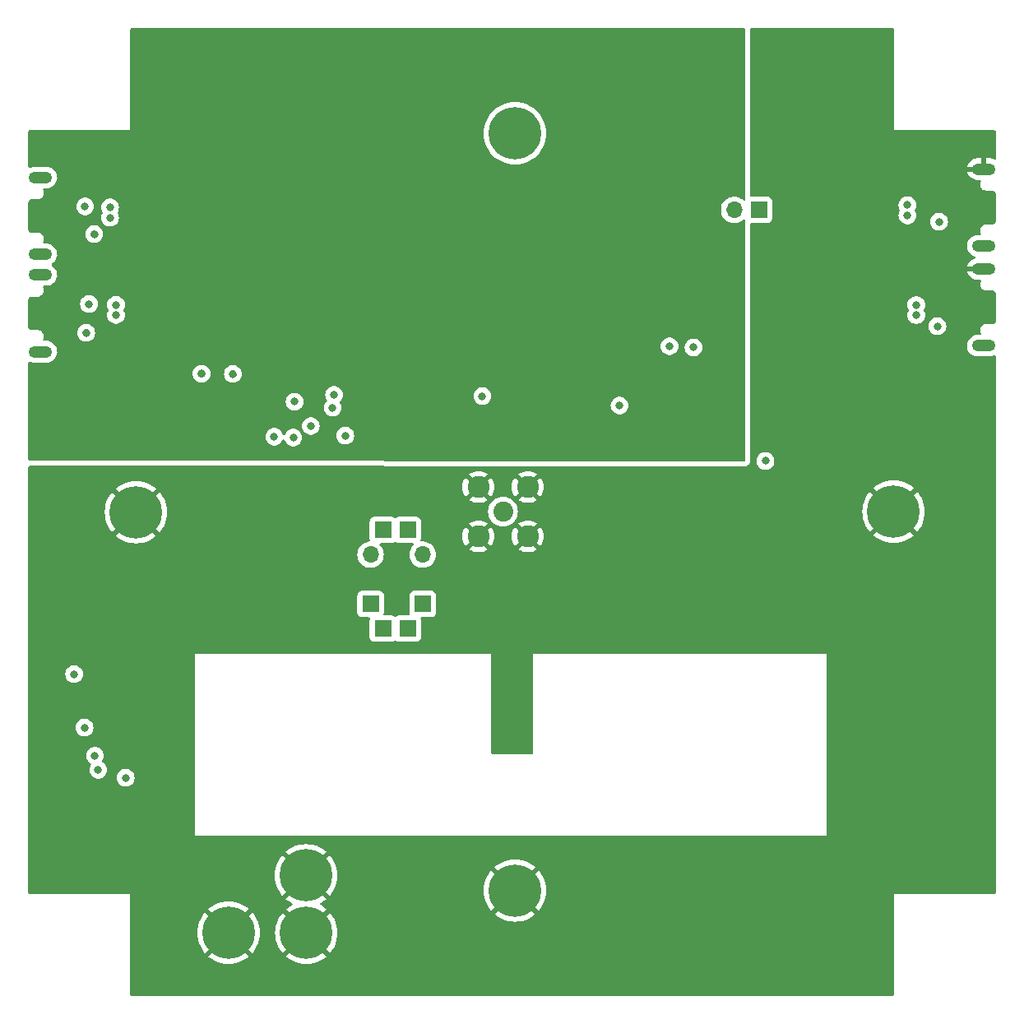
<source format=gbr>
%TF.GenerationSoftware,KiCad,Pcbnew,7.0.5*%
%TF.CreationDate,2023-07-31T21:27:43-07:00*%
%TF.ProjectId,antenna_top_cap,616e7465-6e6e-4615-9f74-6f705f636170,rev?*%
%TF.SameCoordinates,Original*%
%TF.FileFunction,Copper,L2,Inr*%
%TF.FilePolarity,Positive*%
%FSLAX46Y46*%
G04 Gerber Fmt 4.6, Leading zero omitted, Abs format (unit mm)*
G04 Created by KiCad (PCBNEW 7.0.5) date 2023-07-31 21:27:43*
%MOMM*%
%LPD*%
G01*
G04 APERTURE LIST*
%TA.AperFunction,ComponentPad*%
%ADD10O,2.416000X1.208000*%
%TD*%
%TA.AperFunction,ComponentPad*%
%ADD11O,1.700000X1.700000*%
%TD*%
%TA.AperFunction,ComponentPad*%
%ADD12R,1.700000X1.700000*%
%TD*%
%TA.AperFunction,ComponentPad*%
%ADD13C,5.400000*%
%TD*%
%TA.AperFunction,ComponentPad*%
%ADD14C,2.050000*%
%TD*%
%TA.AperFunction,ComponentPad*%
%ADD15C,2.250000*%
%TD*%
%TA.AperFunction,ViaPad*%
%ADD16C,0.800000*%
%TD*%
G04 APERTURE END LIST*
D10*
%TO.N,N/C*%
%TO.C,J11*%
X116995800Y-87819400D03*
%TO.N,GND*%
X116995800Y-95719400D03*
%TD*%
%TO.N,GND*%
%TO.C,J10*%
X116995800Y-85694400D03*
%TO.N,N/C*%
X116995800Y-77794400D03*
%TD*%
%TO.N,N/C*%
%TO.C,J13*%
X214095800Y-95094400D03*
%TO.N,GND*%
X214095800Y-87194400D03*
%TD*%
%TO.N,GND*%
%TO.C,J15*%
X214095800Y-76919400D03*
%TO.N,N/C*%
X214095800Y-84819400D03*
%TD*%
D11*
%TO.N,Net-(J3-Pin_1)*%
%TO.C,J7*%
X150975800Y-116609400D03*
D12*
X152245800Y-114069400D03*
X154785800Y-114069400D03*
D11*
X156345800Y-116609400D03*
D12*
%TO.N,Net-(J3-Pin_2)*%
X150975800Y-121689400D03*
X152245800Y-124229400D03*
X154785800Y-124229400D03*
X156345800Y-121689400D03*
%TD*%
D13*
%TO.N,GND*%
%TO.C,TP3*%
X136355798Y-155529400D03*
%TD*%
D12*
%TO.N,/BATT_NEG*%
%TO.C,J1*%
X190945800Y-81119400D03*
D11*
%TO.N,/BATT_POS*%
X188405800Y-81119400D03*
%TD*%
D13*
%TO.N,GND*%
%TO.C,TP7*%
X144355800Y-155549400D03*
%TD*%
%TO.N,GND*%
%TO.C,TP2*%
X144327277Y-149625673D03*
%TD*%
%TO.N,GND*%
%TO.C,TP5*%
X126825800Y-112239400D03*
%TD*%
%TO.N,GND*%
%TO.C,TP6*%
X165835800Y-73239400D03*
%TD*%
%TO.N,GND*%
%TO.C,TP1*%
X165835800Y-151189400D03*
%TD*%
%TO.N,GND*%
%TO.C,TP4*%
X204805800Y-112189400D03*
%TD*%
D14*
%TO.N,Net-(J5-In)*%
%TO.C,J5*%
X164605800Y-112189400D03*
D15*
%TO.N,GND*%
X162065800Y-109649400D03*
X162065800Y-114729400D03*
X167145800Y-109649400D03*
X167145800Y-114729400D03*
%TD*%
D16*
%TO.N,2.8V*%
X147215800Y-100149400D03*
%TO.N,GND*%
X121705800Y-93769400D03*
%TO.N,Net-(J11-VBUS)*%
X121985800Y-90804899D03*
%TO.N,GND*%
X122535800Y-83619400D03*
%TO.N,Net-(J10-VBUS)*%
X121585800Y-80764899D03*
%TO.N,Net-(J13-VBUS)*%
X209325800Y-93099900D03*
%TO.N,GND*%
X209175800Y-89609400D03*
%TO.N,Net-(J15-VBUS)*%
X209502184Y-82340211D03*
%TO.N,GND*%
X209075800Y-78979400D03*
%TO.N,/0d-*%
X124770784Y-90904400D03*
%TO.N,/0d+*%
X124770784Y-91954400D03*
%TO.N,/1d-*%
X124159873Y-80864400D03*
%TO.N,/1d+*%
X124159873Y-81914400D03*
%TO.N,GND*%
X166395800Y-133959400D03*
X165595800Y-130699400D03*
X122897421Y-141398978D03*
X165565800Y-131709400D03*
X165555800Y-132969400D03*
X133575800Y-97979400D03*
X136795800Y-98019400D03*
%TO.N,+3V3*%
X191625800Y-106969400D03*
X147075800Y-101489400D03*
X176605800Y-101258901D03*
X143145800Y-100869400D03*
X162475800Y-100299400D03*
%TO.N,2.8V*%
X125765800Y-139589400D03*
X144825800Y-103370725D03*
%TO.N,/SCL_3V*%
X122944313Y-138770900D03*
%TO.N,/SDA_3V*%
X143015800Y-104569400D03*
X120455800Y-128919400D03*
%TO.N,SCL1*%
X184225800Y-95279400D03*
X181745800Y-95159400D03*
X148375800Y-104359400D03*
X141065800Y-104469400D03*
%TO.N,/GPIO*%
X121535800Y-134409400D03*
%TO.N,/XSHUT_2.8V*%
X122604434Y-137311857D03*
%TO.N,/2d-*%
X207144972Y-91964400D03*
%TO.N,/2d+*%
X207144972Y-90914400D03*
%TO.N,/3d-*%
X206237842Y-81684400D03*
%TO.N,/3d+*%
X206237842Y-80634400D03*
%TD*%
%TA.AperFunction,Conductor*%
%TO.N,GND*%
G36*
X204787821Y-62437702D02*
G01*
X204834314Y-62491358D01*
X204845700Y-62543700D01*
X204845699Y-72723619D01*
X204845700Y-72723629D01*
X204845700Y-72762963D01*
X204849596Y-72771054D01*
X204858911Y-72797675D01*
X204860910Y-72806431D01*
X204860911Y-72806432D01*
X204866504Y-72813445D01*
X204881517Y-72837336D01*
X204885412Y-72845424D01*
X204892429Y-72851020D01*
X204912380Y-72870971D01*
X204917976Y-72877988D01*
X204926063Y-72881882D01*
X204949949Y-72896892D01*
X204956969Y-72902490D01*
X204965721Y-72904487D01*
X204992349Y-72913805D01*
X205000437Y-72917700D01*
X205023610Y-72917700D01*
X215219660Y-72917700D01*
X215287781Y-72937702D01*
X215334274Y-72991358D01*
X215345660Y-73043716D01*
X215345320Y-75793877D01*
X215325310Y-75861995D01*
X215271648Y-75908481D01*
X215201373Y-75918576D01*
X215172491Y-75910836D01*
X215014509Y-75847590D01*
X214805987Y-75807400D01*
X214349800Y-75807400D01*
X214349800Y-76569400D01*
X213841800Y-76569400D01*
X213841800Y-75807400D01*
X213438811Y-75807400D01*
X213280405Y-75822527D01*
X213280390Y-75822530D01*
X213076628Y-75882359D01*
X212887875Y-75979669D01*
X212720942Y-76110947D01*
X212720936Y-76110952D01*
X212581870Y-76271444D01*
X212581869Y-76271445D01*
X212475690Y-76455353D01*
X212475686Y-76455362D01*
X212406230Y-76656041D01*
X212406229Y-76656049D01*
X212404884Y-76665400D01*
X213553901Y-76665400D01*
X213498740Y-76725321D01*
X213451818Y-76832292D01*
X213442172Y-76948702D01*
X213470847Y-77061938D01*
X213534736Y-77159727D01*
X213552303Y-77173400D01*
X212409165Y-77173400D01*
X212436178Y-77284752D01*
X212436179Y-77284754D01*
X212524399Y-77477929D01*
X212647583Y-77650916D01*
X212801283Y-77797468D01*
X212979933Y-77912280D01*
X213177090Y-77991209D01*
X213385612Y-78031399D01*
X213385621Y-78031400D01*
X213696241Y-78031400D01*
X213764362Y-78051402D01*
X213810855Y-78105058D01*
X213820959Y-78175332D01*
X213809763Y-78212069D01*
X213791560Y-78249869D01*
X213777919Y-78278194D01*
X213745300Y-78421106D01*
X213745300Y-78567694D01*
X213757045Y-78619150D01*
X213777919Y-78710605D01*
X213777921Y-78710610D01*
X213841518Y-78842672D01*
X213841519Y-78842674D01*
X213841520Y-78842675D01*
X213841521Y-78842677D01*
X213932917Y-78957283D01*
X214047523Y-79048679D01*
X214179594Y-79112281D01*
X214322506Y-79144900D01*
X214373210Y-79144900D01*
X215014275Y-79144900D01*
X215043831Y-79148415D01*
X215101854Y-79162416D01*
X215132564Y-79174248D01*
X215187751Y-79204306D01*
X215214349Y-79223687D01*
X215259871Y-79267013D01*
X215280544Y-79292624D01*
X215313292Y-79346261D01*
X215326626Y-79376348D01*
X215344368Y-79436635D01*
X215349457Y-79469154D01*
X215351051Y-79534925D01*
X215350674Y-79543507D01*
X215350243Y-79547337D01*
X215350243Y-79555849D01*
X215349884Y-79562565D01*
X215347135Y-79588223D01*
X215348246Y-79600589D01*
X215347893Y-79600620D01*
X215350243Y-79616937D01*
X215350243Y-80869476D01*
X215345478Y-82122259D01*
X215343076Y-82138718D01*
X215343304Y-82138739D01*
X215342192Y-82151099D01*
X215344887Y-82176267D01*
X215345245Y-82183212D01*
X215345215Y-82191223D01*
X215345753Y-82196167D01*
X215346104Y-82204519D01*
X215344510Y-82270161D01*
X215339420Y-82302679D01*
X215321679Y-82362952D01*
X215308342Y-82393040D01*
X215275596Y-82446666D01*
X215254920Y-82472276D01*
X215209403Y-82515591D01*
X215182802Y-82534971D01*
X215127624Y-82565019D01*
X215096914Y-82576849D01*
X215040800Y-82590386D01*
X215011251Y-82593900D01*
X214435682Y-82593900D01*
X214395800Y-82593900D01*
X214322506Y-82593900D01*
X214179594Y-82626518D01*
X214179594Y-82626519D01*
X214179589Y-82626521D01*
X214047527Y-82690118D01*
X214047525Y-82690119D01*
X213932917Y-82781517D01*
X213841519Y-82896125D01*
X213841518Y-82896127D01*
X213777921Y-83028189D01*
X213777919Y-83028194D01*
X213745300Y-83171106D01*
X213745300Y-83317694D01*
X213770964Y-83430133D01*
X213777919Y-83460605D01*
X213777921Y-83460610D01*
X213809522Y-83526231D01*
X213821057Y-83596284D01*
X213792887Y-83661453D01*
X213733957Y-83701047D01*
X213696000Y-83706900D01*
X213438810Y-83706900D01*
X213438808Y-83706900D01*
X213438790Y-83706901D01*
X213280310Y-83722034D01*
X213280295Y-83722037D01*
X213076442Y-83781893D01*
X212887601Y-83879248D01*
X212720595Y-84010584D01*
X212720589Y-84010589D01*
X212586848Y-84164936D01*
X212581462Y-84171152D01*
X212581461Y-84171153D01*
X212581460Y-84171153D01*
X212475232Y-84355148D01*
X212475231Y-84355150D01*
X212405743Y-84555921D01*
X212405740Y-84555932D01*
X212375505Y-84766222D01*
X212385613Y-84978434D01*
X212385615Y-84978447D01*
X212435704Y-85184914D01*
X212435707Y-85184925D01*
X212523963Y-85378176D01*
X212523969Y-85378187D01*
X212647200Y-85551240D01*
X212647203Y-85551244D01*
X212647205Y-85551246D01*
X212800970Y-85697861D01*
X212979704Y-85812727D01*
X213176947Y-85891691D01*
X213176950Y-85891691D01*
X213179352Y-85892653D01*
X213235159Y-85936540D01*
X213258380Y-86003632D01*
X213241642Y-86072627D01*
X213190260Y-86121621D01*
X213168022Y-86130524D01*
X213076627Y-86157360D01*
X212887875Y-86254669D01*
X212720942Y-86385947D01*
X212720936Y-86385952D01*
X212581870Y-86546444D01*
X212581869Y-86546445D01*
X212475690Y-86730353D01*
X212475686Y-86730362D01*
X212406230Y-86931041D01*
X212406229Y-86931049D01*
X212404884Y-86940400D01*
X213553901Y-86940400D01*
X213498740Y-87000321D01*
X213451818Y-87107292D01*
X213442172Y-87223702D01*
X213470847Y-87336938D01*
X213534736Y-87434727D01*
X213552303Y-87448400D01*
X212409165Y-87448400D01*
X212436178Y-87559752D01*
X212436179Y-87559754D01*
X212524399Y-87752929D01*
X212647583Y-87925916D01*
X212801283Y-88072468D01*
X212979933Y-88187280D01*
X213177090Y-88266209D01*
X213385612Y-88306399D01*
X213385621Y-88306400D01*
X213696241Y-88306400D01*
X213764362Y-88326402D01*
X213810855Y-88380058D01*
X213820959Y-88450332D01*
X213809763Y-88487069D01*
X213791560Y-88524869D01*
X213777919Y-88553194D01*
X213745300Y-88696106D01*
X213745300Y-88842694D01*
X213757045Y-88894150D01*
X213777919Y-88985605D01*
X213777921Y-88985610D01*
X213841518Y-89117672D01*
X213841519Y-89117674D01*
X213841520Y-89117675D01*
X213841521Y-89117677D01*
X213932917Y-89232283D01*
X214047523Y-89323679D01*
X214179594Y-89387281D01*
X214322506Y-89419900D01*
X214373210Y-89419900D01*
X215014275Y-89419900D01*
X215043831Y-89423415D01*
X215101854Y-89437416D01*
X215132564Y-89449248D01*
X215187751Y-89479306D01*
X215214349Y-89498687D01*
X215259871Y-89542013D01*
X215280544Y-89567624D01*
X215313292Y-89621261D01*
X215326626Y-89651348D01*
X215344368Y-89711635D01*
X215349457Y-89744154D01*
X215351051Y-89809925D01*
X215350674Y-89818507D01*
X215350243Y-89822337D01*
X215350243Y-89830849D01*
X215349884Y-89837565D01*
X215347135Y-89863223D01*
X215348246Y-89875589D01*
X215347893Y-89875620D01*
X215350243Y-89891937D01*
X215350243Y-91144476D01*
X215345478Y-92397259D01*
X215343076Y-92413718D01*
X215343304Y-92413739D01*
X215342192Y-92426099D01*
X215344887Y-92451267D01*
X215345245Y-92458212D01*
X215345215Y-92466223D01*
X215345753Y-92471167D01*
X215346104Y-92479519D01*
X215344510Y-92545161D01*
X215339420Y-92577679D01*
X215321679Y-92637952D01*
X215308342Y-92668040D01*
X215275596Y-92721666D01*
X215254920Y-92747276D01*
X215209403Y-92790591D01*
X215182802Y-92809971D01*
X215127624Y-92840019D01*
X215096914Y-92851849D01*
X215040800Y-92865386D01*
X215011251Y-92868900D01*
X214435682Y-92868900D01*
X214395800Y-92868900D01*
X214322506Y-92868900D01*
X214179594Y-92901519D01*
X214179589Y-92901521D01*
X214047527Y-92965118D01*
X214047525Y-92965119D01*
X213932917Y-93056517D01*
X213841519Y-93171125D01*
X213841518Y-93171127D01*
X213777921Y-93303189D01*
X213777919Y-93303194D01*
X213745300Y-93446106D01*
X213745300Y-93592694D01*
X213769791Y-93699995D01*
X213777919Y-93735605D01*
X213777921Y-93735610D01*
X213809522Y-93801231D01*
X213821057Y-93871284D01*
X213792887Y-93936453D01*
X213733957Y-93976047D01*
X213696000Y-93981900D01*
X213438810Y-93981900D01*
X213438808Y-93981900D01*
X213438790Y-93981901D01*
X213280310Y-93997034D01*
X213280295Y-93997037D01*
X213076442Y-94056893D01*
X212887601Y-94154248D01*
X212720595Y-94285584D01*
X212720589Y-94285589D01*
X212581462Y-94446152D01*
X212581461Y-94446153D01*
X212581460Y-94446153D01*
X212475232Y-94630148D01*
X212475231Y-94630150D01*
X212405743Y-94830921D01*
X212405740Y-94830932D01*
X212375505Y-95041222D01*
X212385613Y-95253434D01*
X212385615Y-95253447D01*
X212435704Y-95459914D01*
X212435707Y-95459925D01*
X212523963Y-95653176D01*
X212523969Y-95653187D01*
X212647200Y-95826240D01*
X212647203Y-95826244D01*
X212647205Y-95826246D01*
X212800970Y-95972861D01*
X212979704Y-96087727D01*
X213176947Y-96166691D01*
X213385569Y-96206900D01*
X213385573Y-96206900D01*
X214752788Y-96206900D01*
X214752790Y-96206900D01*
X214911300Y-96191764D01*
X215115155Y-96131907D01*
X215161562Y-96107982D01*
X215231276Y-96094544D01*
X215297187Y-96120930D01*
X215338370Y-96178761D01*
X215345301Y-96219973D01*
X215345697Y-151390699D01*
X215325695Y-151458820D01*
X215272040Y-151505313D01*
X215219697Y-151516700D01*
X205000434Y-151516700D01*
X204992342Y-151520597D01*
X204965726Y-151529910D01*
X204956971Y-151531908D01*
X204956965Y-151531911D01*
X204949942Y-151537512D01*
X204926070Y-151552512D01*
X204917981Y-151556408D01*
X204917976Y-151556412D01*
X204912377Y-151563433D01*
X204892435Y-151583374D01*
X204885413Y-151588975D01*
X204885412Y-151588976D01*
X204885408Y-151588981D01*
X204881512Y-151597070D01*
X204866512Y-151620942D01*
X204860911Y-151627965D01*
X204860908Y-151627971D01*
X204858910Y-151636726D01*
X204849597Y-151663342D01*
X204845700Y-151671434D01*
X204845700Y-161890700D01*
X204825698Y-161958821D01*
X204772042Y-162005314D01*
X204719700Y-162016700D01*
X126372700Y-162016700D01*
X126304579Y-161996698D01*
X126258086Y-161943042D01*
X126246700Y-161890700D01*
X126246700Y-155529399D01*
X133142743Y-155529399D01*
X133162945Y-155889144D01*
X133223299Y-156244365D01*
X133323050Y-156590609D01*
X133460934Y-156923490D01*
X133460937Y-156923495D01*
X133635224Y-157238844D01*
X133843725Y-157532700D01*
X133843726Y-157532702D01*
X133914306Y-157611681D01*
X135238541Y-156287445D01*
X135317688Y-156400478D01*
X135484720Y-156567510D01*
X135597751Y-156646655D01*
X134273516Y-157970890D01*
X134352495Y-158041471D01*
X134352497Y-158041472D01*
X134646353Y-158249972D01*
X134646353Y-158249973D01*
X134961702Y-158424260D01*
X134961707Y-158424263D01*
X135294588Y-158562147D01*
X135640832Y-158661898D01*
X135996053Y-158722252D01*
X136355798Y-158742454D01*
X136715542Y-158722252D01*
X137070763Y-158661898D01*
X137417007Y-158562147D01*
X137749888Y-158424263D01*
X137749893Y-158424260D01*
X138065242Y-158249973D01*
X138065242Y-158249972D01*
X138359098Y-158041472D01*
X138359111Y-158041462D01*
X138438079Y-157970891D01*
X138438079Y-157970890D01*
X137113844Y-156646655D01*
X137226876Y-156567510D01*
X137393908Y-156400478D01*
X137473053Y-156287446D01*
X138797288Y-157611681D01*
X138797289Y-157611681D01*
X138867860Y-157532713D01*
X138867870Y-157532700D01*
X139076370Y-157238844D01*
X139076371Y-157238844D01*
X139250658Y-156923495D01*
X139250661Y-156923490D01*
X139388545Y-156590609D01*
X139488296Y-156244365D01*
X139548650Y-155889144D01*
X139568852Y-155529400D01*
X139548650Y-155169655D01*
X139488296Y-154814434D01*
X139388545Y-154468190D01*
X139250661Y-154135309D01*
X139250658Y-154135304D01*
X139076371Y-153819955D01*
X138867870Y-153526099D01*
X138867869Y-153526097D01*
X138797288Y-153447118D01*
X137473053Y-154771353D01*
X137393908Y-154658322D01*
X137226876Y-154491290D01*
X137113844Y-154412144D01*
X138438079Y-153087908D01*
X138359100Y-153017328D01*
X138359098Y-153017327D01*
X138065242Y-152808827D01*
X138065242Y-152808826D01*
X137749893Y-152634539D01*
X137749888Y-152634536D01*
X137417007Y-152496652D01*
X137070763Y-152396901D01*
X136715542Y-152336547D01*
X136355797Y-152316345D01*
X135996053Y-152336547D01*
X135640832Y-152396901D01*
X135294588Y-152496652D01*
X134961707Y-152634536D01*
X134961702Y-152634539D01*
X134646353Y-152808826D01*
X134646353Y-152808827D01*
X134352500Y-153017324D01*
X134352490Y-153017332D01*
X134273515Y-153087908D01*
X135597751Y-154412144D01*
X135484720Y-154491290D01*
X135317688Y-154658322D01*
X135238542Y-154771353D01*
X133914306Y-153447117D01*
X133843730Y-153526092D01*
X133843722Y-153526102D01*
X133635225Y-153819955D01*
X133635224Y-153819955D01*
X133460937Y-154135304D01*
X133460934Y-154135309D01*
X133323050Y-154468190D01*
X133223299Y-154814434D01*
X133162945Y-155169655D01*
X133142743Y-155529399D01*
X126246700Y-155529399D01*
X126246700Y-151671438D01*
X126246698Y-151671434D01*
X126242802Y-151663342D01*
X126233487Y-151636721D01*
X126231490Y-151627969D01*
X126231489Y-151627968D01*
X126231489Y-151627967D01*
X126225893Y-151620951D01*
X126210882Y-151597063D01*
X126206988Y-151588976D01*
X126199971Y-151583380D01*
X126180020Y-151563429D01*
X126174424Y-151556412D01*
X126166336Y-151552517D01*
X126142447Y-151537505D01*
X126135431Y-151531910D01*
X126126675Y-151529911D01*
X126100054Y-151520596D01*
X126091963Y-151516700D01*
X126091962Y-151516700D01*
X115872697Y-151516700D01*
X115804576Y-151496698D01*
X115758083Y-151443042D01*
X115746697Y-151390701D01*
X115746693Y-150899104D01*
X115746684Y-149625673D01*
X141114222Y-149625673D01*
X141134424Y-149985417D01*
X141194778Y-150340638D01*
X141294529Y-150686882D01*
X141432413Y-151019763D01*
X141432416Y-151019768D01*
X141606703Y-151335117D01*
X141815204Y-151628973D01*
X141815205Y-151628975D01*
X141885785Y-151707954D01*
X143210020Y-150383718D01*
X143289167Y-150496751D01*
X143456199Y-150663783D01*
X143569230Y-150742928D01*
X142244995Y-152067163D01*
X142323974Y-152137744D01*
X142323976Y-152137745D01*
X142617832Y-152346245D01*
X142617832Y-152346246D01*
X142869142Y-152485140D01*
X142919087Y-152535597D01*
X142933824Y-152605048D01*
X142908675Y-152671440D01*
X142869142Y-152705696D01*
X142646355Y-152828826D01*
X142646355Y-152828827D01*
X142352502Y-153037324D01*
X142352492Y-153037332D01*
X142273517Y-153107908D01*
X143597753Y-154432144D01*
X143484722Y-154511290D01*
X143317690Y-154678322D01*
X143238544Y-154791353D01*
X141914308Y-153467117D01*
X141843732Y-153546092D01*
X141843724Y-153546102D01*
X141635227Y-153839955D01*
X141635226Y-153839955D01*
X141460939Y-154155304D01*
X141460936Y-154155309D01*
X141323052Y-154488190D01*
X141223301Y-154834434D01*
X141162947Y-155189655D01*
X141142745Y-155549400D01*
X141162947Y-155909144D01*
X141223301Y-156264365D01*
X141323052Y-156610609D01*
X141460936Y-156943490D01*
X141460939Y-156943495D01*
X141635226Y-157258844D01*
X141843727Y-157552700D01*
X141843728Y-157552702D01*
X141914308Y-157631681D01*
X143238543Y-156307445D01*
X143317690Y-156420478D01*
X143484722Y-156587510D01*
X143597753Y-156666655D01*
X142273518Y-157990890D01*
X142352497Y-158061471D01*
X142352499Y-158061472D01*
X142646355Y-158269972D01*
X142646355Y-158269973D01*
X142961704Y-158444260D01*
X142961709Y-158444263D01*
X143294590Y-158582147D01*
X143640834Y-158681898D01*
X143996055Y-158742252D01*
X144355800Y-158762454D01*
X144715544Y-158742252D01*
X145070765Y-158681898D01*
X145417009Y-158582147D01*
X145749890Y-158444263D01*
X145749895Y-158444260D01*
X146065244Y-158269973D01*
X146065244Y-158269972D01*
X146359100Y-158061472D01*
X146359113Y-158061462D01*
X146438081Y-157990891D01*
X146438081Y-157990890D01*
X145113846Y-156666655D01*
X145226878Y-156587510D01*
X145393910Y-156420478D01*
X145473055Y-156307446D01*
X146797290Y-157631681D01*
X146797291Y-157631681D01*
X146867862Y-157552713D01*
X146867872Y-157552700D01*
X147076372Y-157258844D01*
X147076373Y-157258844D01*
X147250660Y-156943495D01*
X147250663Y-156943490D01*
X147388547Y-156610609D01*
X147488298Y-156264365D01*
X147548652Y-155909144D01*
X147568854Y-155549400D01*
X147548652Y-155189655D01*
X147488298Y-154834434D01*
X147388547Y-154488190D01*
X147250663Y-154155309D01*
X147250660Y-154155304D01*
X147076373Y-153839955D01*
X146867872Y-153546099D01*
X146867871Y-153546097D01*
X146797290Y-153467118D01*
X145473055Y-154791352D01*
X145393910Y-154678322D01*
X145226878Y-154511290D01*
X145113846Y-154432144D01*
X146438081Y-153107908D01*
X146359102Y-153037328D01*
X146359100Y-153037327D01*
X146065244Y-152828827D01*
X146065244Y-152828826D01*
X145813934Y-152689932D01*
X145763989Y-152639474D01*
X145749252Y-152570024D01*
X145774401Y-152503631D01*
X145813935Y-152469376D01*
X146036714Y-152346250D01*
X146036721Y-152346245D01*
X146330577Y-152137745D01*
X146330590Y-152137735D01*
X146409558Y-152067164D01*
X146409558Y-152067163D01*
X145085323Y-150742928D01*
X145198355Y-150663783D01*
X145365387Y-150496751D01*
X145444532Y-150383719D01*
X146768767Y-151707954D01*
X146768768Y-151707954D01*
X146839339Y-151628986D01*
X146839349Y-151628973D01*
X147047849Y-151335117D01*
X147047850Y-151335117D01*
X147128385Y-151189400D01*
X162622745Y-151189400D01*
X162642947Y-151549144D01*
X162703301Y-151904365D01*
X162803052Y-152250609D01*
X162940936Y-152583490D01*
X162940939Y-152583495D01*
X163115226Y-152898844D01*
X163323727Y-153192700D01*
X163323728Y-153192702D01*
X163394308Y-153271681D01*
X164718543Y-151947445D01*
X164797690Y-152060478D01*
X164964722Y-152227510D01*
X165077753Y-152306655D01*
X163753518Y-153630890D01*
X163832497Y-153701471D01*
X163832499Y-153701472D01*
X164126355Y-153909972D01*
X164126355Y-153909973D01*
X164441704Y-154084260D01*
X164441709Y-154084263D01*
X164774590Y-154222147D01*
X165120834Y-154321898D01*
X165476055Y-154382252D01*
X165835799Y-154402454D01*
X166195544Y-154382252D01*
X166550765Y-154321898D01*
X166897009Y-154222147D01*
X167229890Y-154084263D01*
X167229895Y-154084260D01*
X167545244Y-153909973D01*
X167545244Y-153909972D01*
X167839100Y-153701472D01*
X167839113Y-153701462D01*
X167918081Y-153630891D01*
X167918081Y-153630890D01*
X166593846Y-152306655D01*
X166706878Y-152227510D01*
X166873910Y-152060478D01*
X166953055Y-151947446D01*
X168277290Y-153271681D01*
X168277291Y-153271681D01*
X168347862Y-153192713D01*
X168347872Y-153192700D01*
X168556372Y-152898844D01*
X168556373Y-152898844D01*
X168730660Y-152583495D01*
X168730663Y-152583490D01*
X168868547Y-152250609D01*
X168968298Y-151904365D01*
X169028652Y-151549144D01*
X169048854Y-151189400D01*
X169028652Y-150829655D01*
X168968298Y-150474434D01*
X168868547Y-150128190D01*
X168730663Y-149795309D01*
X168730660Y-149795304D01*
X168556373Y-149479955D01*
X168347872Y-149186099D01*
X168347871Y-149186097D01*
X168277290Y-149107118D01*
X166953055Y-150431352D01*
X166873910Y-150318322D01*
X166706878Y-150151290D01*
X166593846Y-150072144D01*
X167918081Y-148747908D01*
X167839102Y-148677328D01*
X167839100Y-148677327D01*
X167545244Y-148468827D01*
X167545244Y-148468826D01*
X167229895Y-148294539D01*
X167229890Y-148294536D01*
X166897009Y-148156652D01*
X166550765Y-148056901D01*
X166195544Y-147996547D01*
X165835799Y-147976345D01*
X165476055Y-147996547D01*
X165120834Y-148056901D01*
X164774590Y-148156652D01*
X164441709Y-148294536D01*
X164441704Y-148294539D01*
X164126355Y-148468826D01*
X164126355Y-148468827D01*
X163832502Y-148677324D01*
X163832492Y-148677332D01*
X163753517Y-148747908D01*
X165077753Y-150072144D01*
X164964722Y-150151290D01*
X164797690Y-150318322D01*
X164718544Y-150431353D01*
X163394308Y-149107117D01*
X163323732Y-149186092D01*
X163323724Y-149186102D01*
X163115227Y-149479955D01*
X163115226Y-149479955D01*
X162940939Y-149795304D01*
X162940936Y-149795309D01*
X162803052Y-150128190D01*
X162703301Y-150474434D01*
X162642947Y-150829655D01*
X162622745Y-151189400D01*
X147128385Y-151189400D01*
X147222137Y-151019768D01*
X147222140Y-151019763D01*
X147360024Y-150686882D01*
X147459775Y-150340638D01*
X147520129Y-149985417D01*
X147540331Y-149625673D01*
X147520129Y-149265928D01*
X147459775Y-148910707D01*
X147360024Y-148564463D01*
X147222140Y-148231582D01*
X147222137Y-148231577D01*
X147047850Y-147916228D01*
X146839349Y-147622372D01*
X146839348Y-147622370D01*
X146768767Y-147543391D01*
X145444532Y-148867626D01*
X145365387Y-148754595D01*
X145198355Y-148587563D01*
X145085323Y-148508417D01*
X146409558Y-147184181D01*
X146330579Y-147113601D01*
X146330577Y-147113600D01*
X146036721Y-146905100D01*
X146036721Y-146905099D01*
X145721372Y-146730812D01*
X145721367Y-146730809D01*
X145388486Y-146592925D01*
X145042242Y-146493174D01*
X144687021Y-146432820D01*
X144327277Y-146412618D01*
X143967532Y-146432820D01*
X143612311Y-146493174D01*
X143266067Y-146592925D01*
X142933186Y-146730809D01*
X142933181Y-146730812D01*
X142617832Y-146905099D01*
X142617832Y-146905100D01*
X142323979Y-147113597D01*
X142323969Y-147113605D01*
X142244994Y-147184181D01*
X143569230Y-148508417D01*
X143456199Y-148587563D01*
X143289167Y-148754595D01*
X143210021Y-148867626D01*
X141885785Y-147543390D01*
X141815209Y-147622365D01*
X141815201Y-147622375D01*
X141606704Y-147916228D01*
X141606703Y-147916228D01*
X141432416Y-148231577D01*
X141432413Y-148231582D01*
X141294529Y-148564463D01*
X141194778Y-148910707D01*
X141134424Y-149265928D01*
X141114222Y-149625673D01*
X115746684Y-149625673D01*
X115746595Y-137311856D01*
X121690930Y-137311856D01*
X121710891Y-137501784D01*
X121740960Y-137594327D01*
X121769907Y-137683413D01*
X121769910Y-137683418D01*
X121865392Y-137848798D01*
X121865399Y-137848808D01*
X121993178Y-137990721D01*
X121993177Y-137990721D01*
X122149744Y-138104474D01*
X122193098Y-138160697D01*
X122199173Y-138231433D01*
X122184803Y-138269409D01*
X122109787Y-138399341D01*
X122109786Y-138399345D01*
X122050770Y-138580972D01*
X122030809Y-138770899D01*
X122050770Y-138960827D01*
X122080540Y-139052448D01*
X122109786Y-139142456D01*
X122109789Y-139142461D01*
X122205271Y-139307841D01*
X122205278Y-139307851D01*
X122333057Y-139449764D01*
X122333060Y-139449766D01*
X122487561Y-139562018D01*
X122662025Y-139639694D01*
X122848826Y-139679400D01*
X123039800Y-139679400D01*
X123226601Y-139639694D01*
X123339564Y-139589400D01*
X124852296Y-139589400D01*
X124872257Y-139779327D01*
X124902326Y-139871870D01*
X124931273Y-139960956D01*
X124931276Y-139960961D01*
X125026758Y-140126341D01*
X125026765Y-140126351D01*
X125154544Y-140268264D01*
X125154547Y-140268266D01*
X125309048Y-140380518D01*
X125483512Y-140458194D01*
X125670313Y-140497900D01*
X125861287Y-140497900D01*
X126048088Y-140458194D01*
X126222552Y-140380518D01*
X126377053Y-140268266D01*
X126504840Y-140126344D01*
X126600327Y-139960956D01*
X126659342Y-139779328D01*
X126679304Y-139589400D01*
X126659342Y-139399472D01*
X126600327Y-139217844D01*
X126504840Y-139052456D01*
X126504838Y-139052454D01*
X126504834Y-139052448D01*
X126377055Y-138910535D01*
X126222552Y-138798282D01*
X126048088Y-138720606D01*
X125861287Y-138680900D01*
X125670313Y-138680900D01*
X125483511Y-138720606D01*
X125309047Y-138798282D01*
X125154544Y-138910535D01*
X125026765Y-139052448D01*
X125026758Y-139052458D01*
X124931276Y-139217838D01*
X124931273Y-139217845D01*
X124872257Y-139399472D01*
X124852296Y-139589400D01*
X123339564Y-139589400D01*
X123401065Y-139562018D01*
X123555566Y-139449766D01*
X123683353Y-139307844D01*
X123778840Y-139142456D01*
X123837855Y-138960828D01*
X123857817Y-138770900D01*
X123837855Y-138580972D01*
X123778840Y-138399344D01*
X123683353Y-138233956D01*
X123683351Y-138233954D01*
X123683347Y-138233948D01*
X123555568Y-138092035D01*
X123399001Y-137978282D01*
X123355647Y-137922059D01*
X123349572Y-137851323D01*
X123363940Y-137813352D01*
X123438961Y-137683413D01*
X123497976Y-137501785D01*
X123517938Y-137311857D01*
X123497976Y-137121929D01*
X123438961Y-136940301D01*
X123343474Y-136774913D01*
X123343472Y-136774911D01*
X123343468Y-136774905D01*
X123215689Y-136632992D01*
X123061186Y-136520739D01*
X122886722Y-136443063D01*
X122699921Y-136403357D01*
X122508947Y-136403357D01*
X122322145Y-136443063D01*
X122147681Y-136520739D01*
X121993178Y-136632992D01*
X121865399Y-136774905D01*
X121865392Y-136774915D01*
X121769910Y-136940295D01*
X121769907Y-136940302D01*
X121710891Y-137121929D01*
X121690930Y-137311856D01*
X115746595Y-137311856D01*
X115746574Y-134409400D01*
X120622296Y-134409400D01*
X120642257Y-134599327D01*
X120672326Y-134691870D01*
X120701273Y-134780956D01*
X120701276Y-134780961D01*
X120796758Y-134946341D01*
X120796765Y-134946351D01*
X120924544Y-135088264D01*
X120924547Y-135088266D01*
X121079048Y-135200518D01*
X121253512Y-135278194D01*
X121440313Y-135317900D01*
X121631287Y-135317900D01*
X121818088Y-135278194D01*
X121992552Y-135200518D01*
X122147053Y-135088266D01*
X122274840Y-134946344D01*
X122370327Y-134780956D01*
X122429342Y-134599328D01*
X122449304Y-134409400D01*
X122429342Y-134219472D01*
X122370327Y-134037844D01*
X122274840Y-133872456D01*
X122274838Y-133872454D01*
X122274834Y-133872448D01*
X122147055Y-133730535D01*
X121992552Y-133618282D01*
X121818088Y-133540606D01*
X121631287Y-133500900D01*
X121440313Y-133500900D01*
X121253511Y-133540606D01*
X121079047Y-133618282D01*
X120924544Y-133730535D01*
X120796765Y-133872448D01*
X120796758Y-133872458D01*
X120701276Y-134037838D01*
X120701273Y-134037845D01*
X120642257Y-134219472D01*
X120622296Y-134409400D01*
X115746574Y-134409400D01*
X115746534Y-128919400D01*
X119542296Y-128919400D01*
X119562257Y-129109327D01*
X119592326Y-129201870D01*
X119621273Y-129290956D01*
X119621276Y-129290961D01*
X119716758Y-129456341D01*
X119716765Y-129456351D01*
X119844544Y-129598264D01*
X119844547Y-129598266D01*
X119999048Y-129710518D01*
X120173512Y-129788194D01*
X120360313Y-129827900D01*
X120551287Y-129827900D01*
X120738088Y-129788194D01*
X120912552Y-129710518D01*
X121067053Y-129598266D01*
X121194840Y-129456344D01*
X121290327Y-129290956D01*
X121349342Y-129109328D01*
X121369304Y-128919400D01*
X121349342Y-128729472D01*
X121290327Y-128547844D01*
X121194840Y-128382456D01*
X121194838Y-128382454D01*
X121194834Y-128382448D01*
X121067055Y-128240535D01*
X120912552Y-128128282D01*
X120738088Y-128050606D01*
X120551287Y-128010900D01*
X120360313Y-128010900D01*
X120173511Y-128050606D01*
X119999047Y-128128282D01*
X119844544Y-128240535D01*
X119716765Y-128382448D01*
X119716758Y-128382458D01*
X119621276Y-128547838D01*
X119621273Y-128547845D01*
X119562257Y-128729472D01*
X119542296Y-128919400D01*
X115746534Y-128919400D01*
X115746519Y-126869400D01*
X132885800Y-126869400D01*
X132885800Y-145539400D01*
X180309890Y-145539400D01*
X180346466Y-145544826D01*
X180400265Y-145561146D01*
X180400266Y-145561146D01*
X180400269Y-145561147D01*
X180400272Y-145561147D01*
X180400276Y-145561148D01*
X180586597Y-145579499D01*
X180586600Y-145579499D01*
X180586603Y-145579499D01*
X180772923Y-145561148D01*
X180772925Y-145561147D01*
X180772931Y-145561147D01*
X180826733Y-145544826D01*
X180863310Y-145539400D01*
X197915800Y-145539400D01*
X197915800Y-126869400D01*
X167665800Y-126869400D01*
X167665800Y-137053400D01*
X167645798Y-137121521D01*
X167592142Y-137168014D01*
X167539800Y-137179400D01*
X163541800Y-137179400D01*
X163473679Y-137159398D01*
X163427186Y-137105742D01*
X163415800Y-137053400D01*
X163415800Y-126869400D01*
X132885800Y-126869400D01*
X115746519Y-126869400D01*
X115746488Y-122588049D01*
X149617300Y-122588049D01*
X149623809Y-122648596D01*
X149623811Y-122648604D01*
X149674910Y-122785602D01*
X149674912Y-122785607D01*
X149762538Y-122902661D01*
X149879592Y-122990287D01*
X149879594Y-122990288D01*
X149879596Y-122990289D01*
X149911230Y-123002088D01*
X150016595Y-123041388D01*
X150016603Y-123041390D01*
X150077150Y-123047899D01*
X150077155Y-123047899D01*
X150077162Y-123047900D01*
X150795250Y-123047900D01*
X150863371Y-123067902D01*
X150909864Y-123121558D01*
X150919968Y-123191832D01*
X150913305Y-123217933D01*
X150893811Y-123270195D01*
X150893809Y-123270203D01*
X150887300Y-123330750D01*
X150887300Y-125128049D01*
X150893809Y-125188596D01*
X150893811Y-125188604D01*
X150944910Y-125325602D01*
X150944912Y-125325607D01*
X151032538Y-125442661D01*
X151149592Y-125530287D01*
X151149594Y-125530288D01*
X151149596Y-125530289D01*
X151208675Y-125552324D01*
X151286595Y-125581388D01*
X151286603Y-125581390D01*
X151347150Y-125587899D01*
X151347155Y-125587899D01*
X151347162Y-125587900D01*
X151347168Y-125587900D01*
X153144432Y-125587900D01*
X153144438Y-125587900D01*
X153144445Y-125587899D01*
X153144449Y-125587899D01*
X153204996Y-125581390D01*
X153204999Y-125581389D01*
X153205001Y-125581389D01*
X153342004Y-125530289D01*
X153440292Y-125456711D01*
X153506811Y-125431901D01*
X153576185Y-125446992D01*
X153591302Y-125456706D01*
X153689593Y-125530287D01*
X153689596Y-125530289D01*
X153826595Y-125581388D01*
X153826603Y-125581390D01*
X153887150Y-125587899D01*
X153887155Y-125587899D01*
X153887162Y-125587900D01*
X153887168Y-125587900D01*
X155684432Y-125587900D01*
X155684438Y-125587900D01*
X155684445Y-125587899D01*
X155684449Y-125587899D01*
X155744996Y-125581390D01*
X155744999Y-125581389D01*
X155745001Y-125581389D01*
X155882004Y-125530289D01*
X155999061Y-125442661D01*
X156086689Y-125325604D01*
X156137789Y-125188601D01*
X156144300Y-125128038D01*
X156144300Y-123330762D01*
X156144299Y-123330750D01*
X156137790Y-123270203D01*
X156137788Y-123270195D01*
X156118295Y-123217933D01*
X156113229Y-123147117D01*
X156147254Y-123084805D01*
X156209566Y-123050780D01*
X156236350Y-123047900D01*
X157244432Y-123047900D01*
X157244438Y-123047900D01*
X157244445Y-123047899D01*
X157244449Y-123047899D01*
X157304996Y-123041390D01*
X157304999Y-123041389D01*
X157305001Y-123041389D01*
X157442004Y-122990289D01*
X157559061Y-122902661D01*
X157577963Y-122877411D01*
X157646687Y-122785607D01*
X157646687Y-122785606D01*
X157646689Y-122785604D01*
X157697789Y-122648601D01*
X157704300Y-122588038D01*
X157704300Y-120790762D01*
X157704299Y-120790750D01*
X157697790Y-120730203D01*
X157697788Y-120730195D01*
X157646689Y-120593197D01*
X157646687Y-120593192D01*
X157559061Y-120476138D01*
X157442007Y-120388512D01*
X157442002Y-120388510D01*
X157305004Y-120337411D01*
X157304996Y-120337409D01*
X157244449Y-120330900D01*
X157244438Y-120330900D01*
X155447162Y-120330900D01*
X155447150Y-120330900D01*
X155386603Y-120337409D01*
X155386595Y-120337411D01*
X155249597Y-120388510D01*
X155249592Y-120388512D01*
X155132538Y-120476138D01*
X155044912Y-120593192D01*
X155044910Y-120593197D01*
X154993811Y-120730195D01*
X154993809Y-120730203D01*
X154987300Y-120790750D01*
X154987300Y-122588049D01*
X154993809Y-122648596D01*
X154993811Y-122648604D01*
X155013305Y-122700867D01*
X155018371Y-122771683D01*
X154984346Y-122833995D01*
X154922034Y-122868020D01*
X154895250Y-122870900D01*
X153887150Y-122870900D01*
X153826603Y-122877409D01*
X153826595Y-122877411D01*
X153689597Y-122928510D01*
X153689593Y-122928512D01*
X153591307Y-123002088D01*
X153524787Y-123026898D01*
X153455413Y-123011806D01*
X153440290Y-123002087D01*
X153342007Y-122928512D01*
X153342002Y-122928510D01*
X153205004Y-122877411D01*
X153204996Y-122877409D01*
X153144449Y-122870900D01*
X153144438Y-122870900D01*
X152426350Y-122870900D01*
X152358229Y-122850898D01*
X152311736Y-122797242D01*
X152301632Y-122726968D01*
X152308295Y-122700867D01*
X152327788Y-122648604D01*
X152327790Y-122648596D01*
X152334299Y-122588049D01*
X152334300Y-122588032D01*
X152334300Y-120790767D01*
X152334299Y-120790750D01*
X152327790Y-120730203D01*
X152327788Y-120730195D01*
X152276689Y-120593197D01*
X152276687Y-120593192D01*
X152189061Y-120476138D01*
X152072007Y-120388512D01*
X152072002Y-120388510D01*
X151935004Y-120337411D01*
X151934996Y-120337409D01*
X151874449Y-120330900D01*
X151874438Y-120330900D01*
X150077162Y-120330900D01*
X150077150Y-120330900D01*
X150016603Y-120337409D01*
X150016595Y-120337411D01*
X149879597Y-120388510D01*
X149879592Y-120388512D01*
X149762538Y-120476138D01*
X149674912Y-120593192D01*
X149674910Y-120593197D01*
X149623811Y-120730195D01*
X149623809Y-120730203D01*
X149617300Y-120790750D01*
X149617300Y-122588049D01*
X115746488Y-122588049D01*
X115746445Y-116609399D01*
X149612644Y-116609399D01*
X149631237Y-116833775D01*
X149686502Y-117052012D01*
X149686503Y-117052013D01*
X149776941Y-117258193D01*
X149900075Y-117446665D01*
X149900079Y-117446670D01*
X150052562Y-117612308D01*
X150107131Y-117654781D01*
X150230224Y-117750589D01*
X150428226Y-117857742D01*
X150428227Y-117857742D01*
X150428228Y-117857743D01*
X150540027Y-117896123D01*
X150641165Y-117930844D01*
X150863231Y-117967900D01*
X150863235Y-117967900D01*
X151088365Y-117967900D01*
X151088369Y-117967900D01*
X151310435Y-117930844D01*
X151523374Y-117857742D01*
X151721376Y-117750589D01*
X151899040Y-117612306D01*
X152051522Y-117446668D01*
X152174660Y-117258191D01*
X152265096Y-117052016D01*
X152320364Y-116833768D01*
X152338956Y-116609400D01*
X152320364Y-116385032D01*
X152265096Y-116166784D01*
X152174660Y-115960609D01*
X152167940Y-115950324D01*
X152051524Y-115772134D01*
X152051520Y-115772129D01*
X151929183Y-115639238D01*
X151897762Y-115575573D01*
X151905748Y-115505027D01*
X151950607Y-115449998D01*
X152018096Y-115427957D01*
X152021884Y-115427900D01*
X153144432Y-115427900D01*
X153144438Y-115427900D01*
X153144445Y-115427899D01*
X153144449Y-115427899D01*
X153204996Y-115421390D01*
X153204999Y-115421389D01*
X153205001Y-115421389D01*
X153342004Y-115370289D01*
X153440290Y-115296712D01*
X153506809Y-115271901D01*
X153576183Y-115286992D01*
X153591308Y-115296712D01*
X153689592Y-115370287D01*
X153689594Y-115370288D01*
X153689596Y-115370289D01*
X153721670Y-115382252D01*
X153826595Y-115421388D01*
X153826603Y-115421390D01*
X153887150Y-115427899D01*
X153887155Y-115427899D01*
X153887162Y-115427900D01*
X155299716Y-115427900D01*
X155367837Y-115447902D01*
X155414330Y-115501558D01*
X155424434Y-115571832D01*
X155394940Y-115636412D01*
X155392417Y-115639238D01*
X155270079Y-115772129D01*
X155270075Y-115772134D01*
X155146941Y-115960606D01*
X155056503Y-116166786D01*
X155056502Y-116166787D01*
X155001237Y-116385024D01*
X154982644Y-116609399D01*
X155001237Y-116833775D01*
X155056502Y-117052012D01*
X155056503Y-117052013D01*
X155146941Y-117258193D01*
X155270075Y-117446665D01*
X155270079Y-117446670D01*
X155422562Y-117612308D01*
X155477131Y-117654781D01*
X155600224Y-117750589D01*
X155798226Y-117857742D01*
X155798227Y-117857742D01*
X155798228Y-117857743D01*
X155910027Y-117896123D01*
X156011165Y-117930844D01*
X156233231Y-117967900D01*
X156233235Y-117967900D01*
X156458365Y-117967900D01*
X156458369Y-117967900D01*
X156680435Y-117930844D01*
X156893374Y-117857742D01*
X157091376Y-117750589D01*
X157269040Y-117612306D01*
X157421522Y-117446668D01*
X157544660Y-117258191D01*
X157635096Y-117052016D01*
X157690364Y-116833768D01*
X157708956Y-116609400D01*
X157690364Y-116385032D01*
X157635096Y-116166784D01*
X157544660Y-115960609D01*
X157537940Y-115950324D01*
X157421524Y-115772134D01*
X157421520Y-115772129D01*
X157269037Y-115606491D01*
X157139140Y-115505388D01*
X157091376Y-115468211D01*
X156893374Y-115361058D01*
X156893372Y-115361057D01*
X156893371Y-115361056D01*
X156680439Y-115287957D01*
X156680430Y-115287955D01*
X156636276Y-115280587D01*
X156458369Y-115250900D01*
X156236350Y-115250900D01*
X156168229Y-115230898D01*
X156121736Y-115177242D01*
X156111632Y-115106968D01*
X156118295Y-115080867D01*
X156137788Y-115028604D01*
X156137790Y-115028596D01*
X156144299Y-114968049D01*
X156144300Y-114968032D01*
X156144300Y-114729399D01*
X160427750Y-114729399D01*
X160447917Y-114985646D01*
X160507921Y-115235583D01*
X160606286Y-115473057D01*
X160740591Y-115692224D01*
X160742053Y-115693936D01*
X161312606Y-115123382D01*
X161358116Y-115209222D01*
X161477809Y-115350135D01*
X161624995Y-115462023D01*
X161671068Y-115483339D01*
X161101262Y-116053145D01*
X161101262Y-116053146D01*
X161102974Y-116054607D01*
X161322142Y-116188913D01*
X161559616Y-116287278D01*
X161809553Y-116347282D01*
X162065799Y-116367449D01*
X162322046Y-116347282D01*
X162571983Y-116287278D01*
X162809457Y-116188913D01*
X163028625Y-116054607D01*
X163030335Y-116053146D01*
X163030336Y-116053145D01*
X162460877Y-115483686D01*
X162583231Y-115410069D01*
X162717458Y-115282923D01*
X162821213Y-115129895D01*
X162822435Y-115126826D01*
X163389545Y-115693936D01*
X163389546Y-115693935D01*
X163391007Y-115692225D01*
X163525313Y-115473057D01*
X163623678Y-115235583D01*
X163683682Y-114985646D01*
X163703849Y-114729400D01*
X165507750Y-114729400D01*
X165527917Y-114985646D01*
X165587921Y-115235583D01*
X165686286Y-115473057D01*
X165820591Y-115692224D01*
X165822053Y-115693936D01*
X166392606Y-115123382D01*
X166438116Y-115209222D01*
X166557809Y-115350135D01*
X166704995Y-115462023D01*
X166751068Y-115483339D01*
X166181262Y-116053145D01*
X166181262Y-116053146D01*
X166182974Y-116054607D01*
X166402142Y-116188913D01*
X166639616Y-116287278D01*
X166889553Y-116347282D01*
X167145799Y-116367449D01*
X167402046Y-116347282D01*
X167651983Y-116287278D01*
X167889457Y-116188913D01*
X168108625Y-116054607D01*
X168110335Y-116053146D01*
X168110336Y-116053145D01*
X167540877Y-115483686D01*
X167663231Y-115410069D01*
X167797458Y-115282923D01*
X167901213Y-115129895D01*
X167902435Y-115126826D01*
X168469545Y-115693936D01*
X168469546Y-115693935D01*
X168471007Y-115692225D01*
X168605313Y-115473057D01*
X168703678Y-115235583D01*
X168763682Y-114985646D01*
X168783849Y-114729400D01*
X168763682Y-114473153D01*
X168703678Y-114223216D01*
X168605313Y-113985742D01*
X168471007Y-113766574D01*
X168469545Y-113764862D01*
X167898992Y-114335415D01*
X167853484Y-114249578D01*
X167733791Y-114108665D01*
X167586605Y-113996777D01*
X167540529Y-113975460D01*
X168110336Y-113405653D01*
X168108624Y-113404191D01*
X167889457Y-113269886D01*
X167651983Y-113171521D01*
X167402046Y-113111517D01*
X167145799Y-113091350D01*
X166889553Y-113111517D01*
X166639616Y-113171521D01*
X166402142Y-113269886D01*
X166182977Y-113404190D01*
X166182974Y-113404193D01*
X166181262Y-113405653D01*
X166750722Y-113975113D01*
X166628369Y-114048731D01*
X166494142Y-114175877D01*
X166390387Y-114328905D01*
X166389164Y-114331972D01*
X165822053Y-113764862D01*
X165820593Y-113766574D01*
X165820590Y-113766577D01*
X165686286Y-113985742D01*
X165587921Y-114223216D01*
X165527917Y-114473153D01*
X165507750Y-114729400D01*
X163703849Y-114729400D01*
X163683682Y-114473153D01*
X163623678Y-114223216D01*
X163525313Y-113985742D01*
X163391007Y-113766574D01*
X163389545Y-113764862D01*
X162818992Y-114335415D01*
X162773484Y-114249578D01*
X162653791Y-114108665D01*
X162506605Y-113996777D01*
X162460529Y-113975460D01*
X163030336Y-113405653D01*
X163028624Y-113404191D01*
X162809457Y-113269886D01*
X162571983Y-113171521D01*
X162322046Y-113111517D01*
X162065799Y-113091350D01*
X161809553Y-113111517D01*
X161559616Y-113171521D01*
X161322142Y-113269886D01*
X161102977Y-113404190D01*
X161102974Y-113404193D01*
X161101262Y-113405653D01*
X161670722Y-113975113D01*
X161548369Y-114048731D01*
X161414142Y-114175877D01*
X161310387Y-114328905D01*
X161309164Y-114331973D01*
X160742053Y-113764862D01*
X160740593Y-113766574D01*
X160740590Y-113766577D01*
X160606286Y-113985742D01*
X160507921Y-114223216D01*
X160447917Y-114473153D01*
X160427750Y-114729399D01*
X156144300Y-114729399D01*
X156144300Y-113170767D01*
X156144299Y-113170750D01*
X156137790Y-113110203D01*
X156137788Y-113110195D01*
X156086689Y-112973197D01*
X156086687Y-112973192D01*
X155999061Y-112856138D01*
X155882007Y-112768512D01*
X155882002Y-112768510D01*
X155745004Y-112717411D01*
X155744996Y-112717409D01*
X155684449Y-112710900D01*
X155684438Y-112710900D01*
X153887162Y-112710900D01*
X153887150Y-112710900D01*
X153826603Y-112717409D01*
X153826595Y-112717411D01*
X153689597Y-112768510D01*
X153689592Y-112768512D01*
X153591309Y-112842087D01*
X153524789Y-112866898D01*
X153455415Y-112851807D01*
X153440291Y-112842087D01*
X153342007Y-112768512D01*
X153342002Y-112768510D01*
X153205004Y-112717411D01*
X153204996Y-112717409D01*
X153144449Y-112710900D01*
X153144438Y-112710900D01*
X151347162Y-112710900D01*
X151347150Y-112710900D01*
X151286603Y-112717409D01*
X151286595Y-112717411D01*
X151149597Y-112768510D01*
X151149592Y-112768512D01*
X151032538Y-112856138D01*
X150944912Y-112973192D01*
X150944910Y-112973197D01*
X150893811Y-113110195D01*
X150893809Y-113110203D01*
X150887300Y-113170750D01*
X150887300Y-114968049D01*
X150893809Y-115028596D01*
X150893810Y-115028599D01*
X150916677Y-115089907D01*
X150921741Y-115160722D01*
X150887716Y-115223035D01*
X150825404Y-115257060D01*
X150819370Y-115258218D01*
X150767092Y-115266942D01*
X150641167Y-115287955D01*
X150641160Y-115287957D01*
X150428228Y-115361056D01*
X150428226Y-115361058D01*
X150241659Y-115462023D01*
X150230226Y-115468210D01*
X150230224Y-115468211D01*
X150052562Y-115606491D01*
X149900079Y-115772129D01*
X149900075Y-115772134D01*
X149776941Y-115960606D01*
X149686503Y-116166786D01*
X149686502Y-116166787D01*
X149631237Y-116385024D01*
X149612644Y-116609399D01*
X115746445Y-116609399D01*
X115746413Y-112239399D01*
X123612745Y-112239399D01*
X123632947Y-112599144D01*
X123693301Y-112954365D01*
X123793052Y-113300609D01*
X123930936Y-113633490D01*
X123930939Y-113633495D01*
X124105226Y-113948844D01*
X124313727Y-114242700D01*
X124313728Y-114242702D01*
X124384308Y-114321681D01*
X125708543Y-112997445D01*
X125787690Y-113110478D01*
X125954722Y-113277510D01*
X126067753Y-113356655D01*
X124743518Y-114680890D01*
X124822497Y-114751471D01*
X124822499Y-114751472D01*
X125116355Y-114959972D01*
X125116355Y-114959973D01*
X125431704Y-115134260D01*
X125431709Y-115134263D01*
X125764590Y-115272147D01*
X126110834Y-115371898D01*
X126466055Y-115432252D01*
X126825800Y-115452454D01*
X127185544Y-115432252D01*
X127540765Y-115371898D01*
X127887009Y-115272147D01*
X128219890Y-115134263D01*
X128219895Y-115134260D01*
X128535244Y-114959973D01*
X128535244Y-114959972D01*
X128829100Y-114751472D01*
X128829113Y-114751462D01*
X128908081Y-114680891D01*
X128908081Y-114680890D01*
X127583846Y-113356655D01*
X127696878Y-113277510D01*
X127863910Y-113110478D01*
X127943055Y-112997446D01*
X129267290Y-114321681D01*
X129267291Y-114321681D01*
X129337862Y-114242713D01*
X129337872Y-114242700D01*
X129546372Y-113948844D01*
X129546373Y-113948844D01*
X129720660Y-113633495D01*
X129720663Y-113633490D01*
X129858547Y-113300609D01*
X129958298Y-112954365D01*
X130018652Y-112599144D01*
X130038854Y-112239399D01*
X130036046Y-112189400D01*
X163067558Y-112189400D01*
X163086496Y-112430034D01*
X163104297Y-112504183D01*
X163142844Y-112664741D01*
X163226614Y-112866979D01*
X163235216Y-112887747D01*
X163361336Y-113093556D01*
X163518099Y-113277101D01*
X163701644Y-113433864D01*
X163907453Y-113559984D01*
X164130457Y-113652355D01*
X164365166Y-113708704D01*
X164605800Y-113727642D01*
X164846434Y-113708704D01*
X165081143Y-113652355D01*
X165304147Y-113559984D01*
X165509956Y-113433864D01*
X165693501Y-113277101D01*
X165850264Y-113093556D01*
X165976384Y-112887747D01*
X166068755Y-112664743D01*
X166125104Y-112430034D01*
X166144042Y-112189400D01*
X201592745Y-112189400D01*
X201612947Y-112549144D01*
X201673301Y-112904365D01*
X201773052Y-113250609D01*
X201910936Y-113583490D01*
X201910939Y-113583495D01*
X202085226Y-113898844D01*
X202293727Y-114192700D01*
X202293728Y-114192702D01*
X202364308Y-114271681D01*
X203688543Y-112947445D01*
X203767690Y-113060478D01*
X203934722Y-113227510D01*
X204047753Y-113306655D01*
X202723518Y-114630890D01*
X202802497Y-114701471D01*
X202802499Y-114701472D01*
X203096355Y-114909972D01*
X203096355Y-114909973D01*
X203411704Y-115084260D01*
X203411709Y-115084263D01*
X203744590Y-115222147D01*
X204090834Y-115321898D01*
X204446055Y-115382252D01*
X204805800Y-115402454D01*
X205165544Y-115382252D01*
X205520765Y-115321898D01*
X205867009Y-115222147D01*
X206199890Y-115084263D01*
X206199895Y-115084260D01*
X206515244Y-114909973D01*
X206515244Y-114909972D01*
X206809100Y-114701472D01*
X206809113Y-114701462D01*
X206888081Y-114630891D01*
X206888081Y-114630890D01*
X205563846Y-113306655D01*
X205676878Y-113227510D01*
X205843910Y-113060478D01*
X205923055Y-112947446D01*
X207247290Y-114271681D01*
X207247291Y-114271681D01*
X207317862Y-114192713D01*
X207317872Y-114192700D01*
X207526372Y-113898844D01*
X207526373Y-113898844D01*
X207700660Y-113583495D01*
X207700663Y-113583490D01*
X207838547Y-113250609D01*
X207938298Y-112904365D01*
X207998652Y-112549144D01*
X208018854Y-112189400D01*
X207998652Y-111829655D01*
X207938298Y-111474434D01*
X207838547Y-111128190D01*
X207700663Y-110795309D01*
X207700660Y-110795304D01*
X207526373Y-110479955D01*
X207317872Y-110186099D01*
X207317871Y-110186097D01*
X207247290Y-110107118D01*
X205923055Y-111431352D01*
X205843910Y-111318322D01*
X205676878Y-111151290D01*
X205563846Y-111072144D01*
X206888081Y-109747908D01*
X206809102Y-109677328D01*
X206809100Y-109677327D01*
X206515244Y-109468827D01*
X206515244Y-109468826D01*
X206199895Y-109294539D01*
X206199890Y-109294536D01*
X205867009Y-109156652D01*
X205520765Y-109056901D01*
X205165544Y-108996547D01*
X204805800Y-108976345D01*
X204446055Y-108996547D01*
X204090834Y-109056901D01*
X203744590Y-109156652D01*
X203411709Y-109294536D01*
X203411704Y-109294539D01*
X203096355Y-109468826D01*
X203096355Y-109468827D01*
X202802502Y-109677324D01*
X202802492Y-109677332D01*
X202723517Y-109747908D01*
X204047753Y-111072144D01*
X203934722Y-111151290D01*
X203767690Y-111318322D01*
X203688544Y-111431352D01*
X202364308Y-110107117D01*
X202293732Y-110186092D01*
X202293724Y-110186102D01*
X202085227Y-110479955D01*
X202085226Y-110479955D01*
X201910939Y-110795304D01*
X201910936Y-110795309D01*
X201773052Y-111128190D01*
X201673301Y-111474434D01*
X201612947Y-111829655D01*
X201592745Y-112189400D01*
X166144042Y-112189400D01*
X166125104Y-111948766D01*
X166068755Y-111714057D01*
X165976384Y-111491053D01*
X165850264Y-111285244D01*
X165693501Y-111101699D01*
X165509956Y-110944936D01*
X165304147Y-110818816D01*
X165081143Y-110726445D01*
X165081141Y-110726444D01*
X164920583Y-110687897D01*
X164846434Y-110670096D01*
X164605800Y-110651158D01*
X164365166Y-110670096D01*
X164130458Y-110726444D01*
X163907454Y-110818815D01*
X163701645Y-110944935D01*
X163518099Y-111101699D01*
X163361335Y-111285245D01*
X163235215Y-111491054D01*
X163142844Y-111714058D01*
X163103088Y-111879655D01*
X163086496Y-111948766D01*
X163067558Y-112189400D01*
X130036046Y-112189400D01*
X130018652Y-111879655D01*
X129958298Y-111524434D01*
X129858547Y-111178190D01*
X129720663Y-110845309D01*
X129720660Y-110845304D01*
X129546373Y-110529955D01*
X129337872Y-110236099D01*
X129337871Y-110236097D01*
X129267290Y-110157118D01*
X127943055Y-111481352D01*
X127863910Y-111368322D01*
X127696878Y-111201290D01*
X127583846Y-111122144D01*
X128908081Y-109797908D01*
X128829102Y-109727328D01*
X128829100Y-109727327D01*
X128719271Y-109649400D01*
X160427750Y-109649400D01*
X160447917Y-109905646D01*
X160507921Y-110155583D01*
X160606286Y-110393057D01*
X160740591Y-110612224D01*
X160742053Y-110613936D01*
X161312606Y-110043382D01*
X161358116Y-110129222D01*
X161477809Y-110270135D01*
X161624995Y-110382023D01*
X161671068Y-110403339D01*
X161101262Y-110973145D01*
X161101262Y-110973146D01*
X161102974Y-110974607D01*
X161322142Y-111108913D01*
X161559616Y-111207278D01*
X161809553Y-111267282D01*
X162065799Y-111287449D01*
X162322046Y-111267282D01*
X162571983Y-111207278D01*
X162809457Y-111108913D01*
X163028625Y-110974607D01*
X163030335Y-110973146D01*
X163030336Y-110973145D01*
X162460877Y-110403686D01*
X162583231Y-110330069D01*
X162717458Y-110202923D01*
X162821213Y-110049895D01*
X162822435Y-110046826D01*
X163389545Y-110613936D01*
X163389546Y-110613935D01*
X163391007Y-110612225D01*
X163525313Y-110393057D01*
X163623678Y-110155583D01*
X163683682Y-109905646D01*
X163703849Y-109649400D01*
X165507750Y-109649400D01*
X165527917Y-109905646D01*
X165587921Y-110155583D01*
X165686286Y-110393057D01*
X165820591Y-110612224D01*
X165822053Y-110613936D01*
X166392606Y-110043382D01*
X166438116Y-110129222D01*
X166557809Y-110270135D01*
X166704995Y-110382023D01*
X166751068Y-110403339D01*
X166181262Y-110973145D01*
X166181262Y-110973146D01*
X166182974Y-110974607D01*
X166402142Y-111108913D01*
X166639616Y-111207278D01*
X166889553Y-111267282D01*
X167145799Y-111287449D01*
X167402046Y-111267282D01*
X167651983Y-111207278D01*
X167889457Y-111108913D01*
X168108625Y-110974607D01*
X168110335Y-110973146D01*
X168110336Y-110973145D01*
X167540877Y-110403686D01*
X167663231Y-110330069D01*
X167797458Y-110202923D01*
X167901213Y-110049895D01*
X167902435Y-110046826D01*
X168469545Y-110613936D01*
X168469546Y-110613935D01*
X168471007Y-110612225D01*
X168605313Y-110393057D01*
X168703678Y-110155583D01*
X168763682Y-109905646D01*
X168783849Y-109649400D01*
X168763682Y-109393153D01*
X168703678Y-109143216D01*
X168605313Y-108905742D01*
X168471007Y-108686574D01*
X168469545Y-108684862D01*
X167898992Y-109255415D01*
X167853484Y-109169578D01*
X167733791Y-109028665D01*
X167586605Y-108916777D01*
X167540529Y-108895460D01*
X168110336Y-108325653D01*
X168108624Y-108324191D01*
X167889457Y-108189886D01*
X167651983Y-108091521D01*
X167402046Y-108031517D01*
X167145799Y-108011350D01*
X166889553Y-108031517D01*
X166639616Y-108091521D01*
X166402142Y-108189886D01*
X166182977Y-108324190D01*
X166182974Y-108324193D01*
X166181262Y-108325653D01*
X166750722Y-108895113D01*
X166628369Y-108968731D01*
X166494142Y-109095877D01*
X166390387Y-109248905D01*
X166389164Y-109251972D01*
X165822053Y-108684862D01*
X165820593Y-108686574D01*
X165820590Y-108686577D01*
X165686286Y-108905742D01*
X165587921Y-109143216D01*
X165527917Y-109393153D01*
X165507750Y-109649400D01*
X163703849Y-109649400D01*
X163683682Y-109393153D01*
X163623678Y-109143216D01*
X163525313Y-108905742D01*
X163391007Y-108686574D01*
X163389545Y-108684862D01*
X162818992Y-109255415D01*
X162773484Y-109169578D01*
X162653791Y-109028665D01*
X162506605Y-108916777D01*
X162460529Y-108895460D01*
X163030336Y-108325653D01*
X163028624Y-108324191D01*
X162809457Y-108189886D01*
X162571983Y-108091521D01*
X162322046Y-108031517D01*
X162065799Y-108011350D01*
X161809553Y-108031517D01*
X161559616Y-108091521D01*
X161322142Y-108189886D01*
X161102977Y-108324190D01*
X161102974Y-108324193D01*
X161101262Y-108325653D01*
X161670722Y-108895113D01*
X161548369Y-108968731D01*
X161414142Y-109095877D01*
X161310387Y-109248905D01*
X161309164Y-109251973D01*
X160742053Y-108684862D01*
X160740593Y-108686574D01*
X160740590Y-108686577D01*
X160606286Y-108905742D01*
X160507921Y-109143216D01*
X160447917Y-109393153D01*
X160427750Y-109649400D01*
X128719271Y-109649400D01*
X128535244Y-109518827D01*
X128535244Y-109518826D01*
X128219895Y-109344539D01*
X128219890Y-109344536D01*
X127887009Y-109206652D01*
X127540765Y-109106901D01*
X127185544Y-109046547D01*
X126825799Y-109026345D01*
X126466055Y-109046547D01*
X126110834Y-109106901D01*
X125764590Y-109206652D01*
X125431709Y-109344536D01*
X125431704Y-109344539D01*
X125116355Y-109518826D01*
X125116355Y-109518827D01*
X124822502Y-109727324D01*
X124822492Y-109727332D01*
X124743517Y-109797908D01*
X126067753Y-111122144D01*
X125954722Y-111201290D01*
X125787690Y-111368322D01*
X125708544Y-111481353D01*
X124384308Y-110157117D01*
X124313732Y-110236092D01*
X124313724Y-110236102D01*
X124105227Y-110529955D01*
X124105226Y-110529955D01*
X123930939Y-110845304D01*
X123930936Y-110845309D01*
X123793052Y-111178190D01*
X123693301Y-111524434D01*
X123632947Y-111879655D01*
X123612745Y-112239399D01*
X115746413Y-112239399D01*
X115746379Y-107599612D01*
X115766381Y-107531492D01*
X115820036Y-107484999D01*
X115872477Y-107473612D01*
X189419286Y-107532798D01*
X189419286Y-107532797D01*
X189419288Y-107532798D01*
X189442670Y-107530298D01*
X189528648Y-107521107D01*
X189581091Y-107509721D01*
X189685457Y-107475008D01*
X189808412Y-107395990D01*
X189860811Y-107350586D01*
X189861901Y-107349691D01*
X189862070Y-107349496D01*
X189957782Y-107239037D01*
X190018498Y-107106088D01*
X190038500Y-107037967D01*
X190048358Y-106969399D01*
X190712296Y-106969399D01*
X190732257Y-107159327D01*
X190758157Y-107239036D01*
X190791273Y-107340956D01*
X190791276Y-107340961D01*
X190886758Y-107506341D01*
X190886765Y-107506351D01*
X191014544Y-107648264D01*
X191014547Y-107648266D01*
X191169048Y-107760518D01*
X191343512Y-107838194D01*
X191530313Y-107877900D01*
X191721287Y-107877900D01*
X191908088Y-107838194D01*
X192082552Y-107760518D01*
X192237053Y-107648266D01*
X192237055Y-107648264D01*
X192364834Y-107506351D01*
X192364835Y-107506349D01*
X192364840Y-107506344D01*
X192460327Y-107340956D01*
X192519342Y-107159328D01*
X192539304Y-106969400D01*
X192519342Y-106779472D01*
X192460327Y-106597844D01*
X192364840Y-106432456D01*
X192364838Y-106432454D01*
X192364834Y-106432448D01*
X192237055Y-106290535D01*
X192082552Y-106178282D01*
X191908088Y-106100606D01*
X191721287Y-106060900D01*
X191530313Y-106060900D01*
X191343511Y-106100606D01*
X191169047Y-106178282D01*
X191014544Y-106290535D01*
X190886765Y-106432448D01*
X190886758Y-106432458D01*
X190791276Y-106597838D01*
X190791273Y-106597845D01*
X190732257Y-106779472D01*
X190712296Y-106969399D01*
X190048358Y-106969399D01*
X190059300Y-106893298D01*
X190059300Y-93099899D01*
X208412296Y-93099899D01*
X208432257Y-93289827D01*
X208459737Y-93374400D01*
X208491273Y-93471456D01*
X208491276Y-93471461D01*
X208586758Y-93636841D01*
X208586765Y-93636851D01*
X208714544Y-93778764D01*
X208719780Y-93782568D01*
X208869048Y-93891018D01*
X209043512Y-93968694D01*
X209230313Y-94008400D01*
X209421287Y-94008400D01*
X209608088Y-93968694D01*
X209782552Y-93891018D01*
X209937053Y-93778766D01*
X209945487Y-93769399D01*
X210064834Y-93636851D01*
X210064835Y-93636849D01*
X210064840Y-93636844D01*
X210160327Y-93471456D01*
X210219342Y-93289828D01*
X210239304Y-93099900D01*
X210219342Y-92909972D01*
X210160327Y-92728344D01*
X210064840Y-92562956D01*
X210064838Y-92562954D01*
X210064834Y-92562948D01*
X209937055Y-92421035D01*
X209782552Y-92308782D01*
X209608088Y-92231106D01*
X209421287Y-92191400D01*
X209230313Y-92191400D01*
X209043511Y-92231106D01*
X208869047Y-92308782D01*
X208714544Y-92421035D01*
X208586765Y-92562948D01*
X208586758Y-92562958D01*
X208491276Y-92728338D01*
X208491273Y-92728345D01*
X208432257Y-92909972D01*
X208412296Y-93099899D01*
X190059300Y-93099899D01*
X190059300Y-91964400D01*
X206231468Y-91964400D01*
X206251429Y-92154327D01*
X206276377Y-92231106D01*
X206310445Y-92335956D01*
X206310448Y-92335961D01*
X206405930Y-92501341D01*
X206405937Y-92501351D01*
X206533716Y-92643264D01*
X206548321Y-92653875D01*
X206688220Y-92755518D01*
X206862684Y-92833194D01*
X207049485Y-92872900D01*
X207240459Y-92872900D01*
X207427260Y-92833194D01*
X207601724Y-92755518D01*
X207756225Y-92643266D01*
X207828535Y-92562958D01*
X207884006Y-92501351D01*
X207884007Y-92501349D01*
X207884012Y-92501344D01*
X207979499Y-92335956D01*
X208038514Y-92154328D01*
X208058476Y-91964400D01*
X208038514Y-91774472D01*
X207979499Y-91592844D01*
X207979497Y-91592840D01*
X207979497Y-91592839D01*
X207927281Y-91502399D01*
X207910543Y-91433404D01*
X207927281Y-91376399D01*
X207979499Y-91285956D01*
X208038514Y-91104328D01*
X208058476Y-90914400D01*
X208038514Y-90724472D01*
X207979499Y-90542844D01*
X207884012Y-90377456D01*
X207884010Y-90377454D01*
X207884006Y-90377448D01*
X207756227Y-90235535D01*
X207601724Y-90123282D01*
X207427260Y-90045606D01*
X207240459Y-90005900D01*
X207049485Y-90005900D01*
X206862683Y-90045606D01*
X206688219Y-90123282D01*
X206533716Y-90235535D01*
X206405937Y-90377448D01*
X206405930Y-90377458D01*
X206310448Y-90542838D01*
X206310445Y-90542845D01*
X206251429Y-90724472D01*
X206231468Y-90914399D01*
X206251429Y-91104327D01*
X206271962Y-91167520D01*
X206310445Y-91285956D01*
X206310448Y-91285961D01*
X206362662Y-91376399D01*
X206379400Y-91445394D01*
X206362663Y-91502398D01*
X206310446Y-91592840D01*
X206310445Y-91592845D01*
X206251429Y-91774472D01*
X206231468Y-91964400D01*
X190059300Y-91964400D01*
X190059300Y-82603899D01*
X190079302Y-82535779D01*
X190132958Y-82489286D01*
X190185300Y-82477900D01*
X191844432Y-82477900D01*
X191844438Y-82477900D01*
X191844445Y-82477899D01*
X191844449Y-82477899D01*
X191904996Y-82471390D01*
X191904999Y-82471389D01*
X191905001Y-82471389D01*
X192042004Y-82420289D01*
X192078405Y-82393040D01*
X192159061Y-82332661D01*
X192246687Y-82215607D01*
X192246687Y-82215606D01*
X192246689Y-82215604D01*
X192297789Y-82078601D01*
X192304300Y-82018038D01*
X192304300Y-81684399D01*
X205324338Y-81684399D01*
X205344299Y-81874327D01*
X205357320Y-81914399D01*
X205403315Y-82055956D01*
X205403318Y-82055961D01*
X205498800Y-82221341D01*
X205498807Y-82221351D01*
X205626586Y-82363264D01*
X205648073Y-82378875D01*
X205781090Y-82475518D01*
X205955554Y-82553194D01*
X206142355Y-82592900D01*
X206333329Y-82592900D01*
X206520130Y-82553194D01*
X206694594Y-82475518D01*
X206849095Y-82363266D01*
X206869855Y-82340210D01*
X208588680Y-82340210D01*
X208608641Y-82530138D01*
X208638710Y-82622681D01*
X208667657Y-82711767D01*
X208667660Y-82711772D01*
X208763142Y-82877152D01*
X208763149Y-82877162D01*
X208890928Y-83019075D01*
X208903479Y-83028194D01*
X209045432Y-83131329D01*
X209219896Y-83209005D01*
X209406697Y-83248711D01*
X209597671Y-83248711D01*
X209784472Y-83209005D01*
X209958936Y-83131329D01*
X210113437Y-83019077D01*
X210121658Y-83009947D01*
X210241218Y-82877162D01*
X210241219Y-82877160D01*
X210241224Y-82877155D01*
X210336711Y-82711767D01*
X210395726Y-82530139D01*
X210415688Y-82340211D01*
X210395726Y-82150283D01*
X210336711Y-81968655D01*
X210241224Y-81803267D01*
X210241222Y-81803265D01*
X210241218Y-81803259D01*
X210113439Y-81661346D01*
X209958936Y-81549093D01*
X209784472Y-81471417D01*
X209597671Y-81431711D01*
X209406697Y-81431711D01*
X209219895Y-81471417D01*
X209045431Y-81549093D01*
X208890928Y-81661346D01*
X208763149Y-81803259D01*
X208763142Y-81803269D01*
X208667660Y-81968649D01*
X208667657Y-81968656D01*
X208608641Y-82150283D01*
X208588680Y-82340210D01*
X206869855Y-82340210D01*
X206976882Y-82221344D01*
X207072369Y-82055956D01*
X207131384Y-81874328D01*
X207151346Y-81684400D01*
X207131384Y-81494472D01*
X207072369Y-81312844D01*
X207020149Y-81222397D01*
X207003412Y-81153405D01*
X207020150Y-81096400D01*
X207072369Y-81005956D01*
X207131384Y-80824328D01*
X207151346Y-80634400D01*
X207131384Y-80444472D01*
X207072369Y-80262844D01*
X206976882Y-80097456D01*
X206976880Y-80097454D01*
X206976876Y-80097448D01*
X206849097Y-79955535D01*
X206694594Y-79843282D01*
X206520130Y-79765606D01*
X206333329Y-79725900D01*
X206142355Y-79725900D01*
X205955553Y-79765606D01*
X205781089Y-79843282D01*
X205626586Y-79955535D01*
X205498807Y-80097448D01*
X205498800Y-80097458D01*
X205403318Y-80262838D01*
X205403315Y-80262845D01*
X205344299Y-80444472D01*
X205324338Y-80634399D01*
X205344299Y-80824327D01*
X205359201Y-80870189D01*
X205403315Y-81005956D01*
X205403315Y-81005957D01*
X205403316Y-81005958D01*
X205455533Y-81096401D01*
X205472270Y-81165396D01*
X205455533Y-81222399D01*
X205403316Y-81312841D01*
X205403315Y-81312845D01*
X205344299Y-81494472D01*
X205324338Y-81684399D01*
X192304300Y-81684399D01*
X192304300Y-80220762D01*
X192303691Y-80215096D01*
X192297790Y-80160203D01*
X192297788Y-80160195D01*
X192246689Y-80023197D01*
X192246687Y-80023192D01*
X192159061Y-79906138D01*
X192042007Y-79818512D01*
X192042002Y-79818510D01*
X191905004Y-79767411D01*
X191904996Y-79767409D01*
X191844449Y-79760900D01*
X191844438Y-79760900D01*
X190185300Y-79760900D01*
X190117179Y-79740898D01*
X190070686Y-79687242D01*
X190059300Y-79634900D01*
X190059300Y-62543700D01*
X190079302Y-62475579D01*
X190132958Y-62429086D01*
X190185300Y-62417700D01*
X204719700Y-62417700D01*
X204787821Y-62437702D01*
G37*
%TD.AperFunction*%
%TA.AperFunction,Conductor*%
G36*
X136850266Y-97627153D02*
G01*
X136905583Y-97638911D01*
X136930630Y-97647049D01*
X136982298Y-97670053D01*
X137005095Y-97683215D01*
X137050849Y-97716457D01*
X137070419Y-97734077D01*
X137108258Y-97776102D01*
X137123739Y-97797410D01*
X137152016Y-97846387D01*
X137162730Y-97870450D01*
X137180203Y-97924225D01*
X137185680Y-97949993D01*
X137191590Y-98006230D01*
X137191590Y-98032568D01*
X137185680Y-98088805D01*
X137180203Y-98114573D01*
X137162730Y-98168348D01*
X137152016Y-98192411D01*
X137123741Y-98241385D01*
X137108258Y-98262695D01*
X137070423Y-98304715D01*
X137050847Y-98322342D01*
X137005098Y-98355580D01*
X136982288Y-98368749D01*
X136930630Y-98391749D01*
X136905578Y-98399889D01*
X136850268Y-98411646D01*
X136824072Y-98414400D01*
X136767528Y-98414400D01*
X136741330Y-98411646D01*
X136686020Y-98399889D01*
X136660968Y-98391749D01*
X136609310Y-98368749D01*
X136586499Y-98355579D01*
X136540748Y-98322339D01*
X136521173Y-98304714D01*
X136483344Y-98262701D01*
X136467861Y-98241390D01*
X136439584Y-98192413D01*
X136428871Y-98168353D01*
X136411392Y-98114561D01*
X136405917Y-98088803D01*
X136400007Y-98032567D01*
X136400007Y-98006229D01*
X136401443Y-97992565D01*
X136405918Y-97949989D01*
X136411392Y-97924236D01*
X136428872Y-97870441D01*
X136439583Y-97846385D01*
X136467855Y-97797416D01*
X136483332Y-97776111D01*
X136521183Y-97734072D01*
X136540746Y-97716458D01*
X136586501Y-97683215D01*
X136609303Y-97670051D01*
X136660969Y-97647047D01*
X136686013Y-97638911D01*
X136727713Y-97630048D01*
X136741334Y-97627153D01*
X136767529Y-97624400D01*
X136824069Y-97624400D01*
X136850266Y-97627153D01*
G37*
%TD.AperFunction*%
%TA.AperFunction,Conductor*%
G36*
X133630266Y-97587153D02*
G01*
X133685583Y-97598911D01*
X133710630Y-97607049D01*
X133762298Y-97630053D01*
X133785095Y-97643215D01*
X133830849Y-97676457D01*
X133850419Y-97694077D01*
X133888258Y-97736102D01*
X133903739Y-97757410D01*
X133932016Y-97806387D01*
X133942730Y-97830450D01*
X133960203Y-97884225D01*
X133965680Y-97909993D01*
X133971590Y-97966230D01*
X133971590Y-97992565D01*
X133968771Y-98019398D01*
X133965680Y-98048808D01*
X133960203Y-98074573D01*
X133942731Y-98128346D01*
X133932017Y-98152410D01*
X133903741Y-98201385D01*
X133888258Y-98222695D01*
X133850423Y-98264715D01*
X133830847Y-98282342D01*
X133785098Y-98315580D01*
X133762288Y-98328749D01*
X133710630Y-98351749D01*
X133685578Y-98359889D01*
X133630268Y-98371646D01*
X133604072Y-98374400D01*
X133547528Y-98374400D01*
X133521330Y-98371646D01*
X133466020Y-98359889D01*
X133440968Y-98351749D01*
X133389310Y-98328749D01*
X133366499Y-98315579D01*
X133320748Y-98282339D01*
X133301173Y-98264714D01*
X133299360Y-98262701D01*
X133263344Y-98222701D01*
X133247861Y-98201390D01*
X133219584Y-98152413D01*
X133208871Y-98128353D01*
X133208869Y-98128346D01*
X133191392Y-98074561D01*
X133185917Y-98048803D01*
X133180007Y-97992565D01*
X133180007Y-97966229D01*
X133181713Y-97949996D01*
X133185918Y-97909989D01*
X133191392Y-97884236D01*
X133208872Y-97830441D01*
X133219583Y-97806385D01*
X133224762Y-97797416D01*
X133247859Y-97757410D01*
X133263332Y-97736111D01*
X133301183Y-97694072D01*
X133320746Y-97676458D01*
X133366501Y-97643215D01*
X133389303Y-97630051D01*
X133440969Y-97607047D01*
X133466013Y-97598911D01*
X133499921Y-97591703D01*
X133521334Y-97587153D01*
X133547529Y-97584400D01*
X133604069Y-97584400D01*
X133630266Y-97587153D01*
G37*
%TD.AperFunction*%
%TA.AperFunction,Conductor*%
G36*
X121760266Y-93377153D02*
G01*
X121815583Y-93388911D01*
X121840630Y-93397049D01*
X121892298Y-93420053D01*
X121915095Y-93433215D01*
X121960849Y-93466457D01*
X121980419Y-93484077D01*
X122018258Y-93526102D01*
X122033739Y-93547410D01*
X122062016Y-93596387D01*
X122072730Y-93620450D01*
X122090203Y-93674225D01*
X122095680Y-93699993D01*
X122101590Y-93756230D01*
X122101590Y-93782568D01*
X122095680Y-93838805D01*
X122090203Y-93864573D01*
X122072730Y-93918348D01*
X122062016Y-93942411D01*
X122033741Y-93991385D01*
X122018258Y-94012695D01*
X121980423Y-94054715D01*
X121960847Y-94072342D01*
X121915098Y-94105580D01*
X121892288Y-94118749D01*
X121840630Y-94141749D01*
X121815578Y-94149889D01*
X121760268Y-94161646D01*
X121734072Y-94164400D01*
X121677528Y-94164400D01*
X121651330Y-94161646D01*
X121596020Y-94149889D01*
X121570968Y-94141749D01*
X121519310Y-94118749D01*
X121496499Y-94105579D01*
X121450748Y-94072339D01*
X121431173Y-94054714D01*
X121393344Y-94012701D01*
X121377861Y-93991390D01*
X121349584Y-93942413D01*
X121338871Y-93918353D01*
X121321392Y-93864561D01*
X121315917Y-93838803D01*
X121310006Y-93782567D01*
X121310007Y-93756230D01*
X121312174Y-93735610D01*
X121315918Y-93699989D01*
X121321392Y-93674233D01*
X121338870Y-93620444D01*
X121349577Y-93596395D01*
X121377861Y-93547404D01*
X121393334Y-93526110D01*
X121431179Y-93484077D01*
X121450746Y-93466458D01*
X121496501Y-93433215D01*
X121519303Y-93420051D01*
X121570969Y-93397047D01*
X121596013Y-93388911D01*
X121629921Y-93381703D01*
X121651334Y-93377153D01*
X121677529Y-93374400D01*
X121734069Y-93374400D01*
X121760266Y-93377153D01*
G37*
%TD.AperFunction*%
%TA.AperFunction,Conductor*%
G36*
X122590266Y-83227153D02*
G01*
X122645583Y-83238911D01*
X122670630Y-83247049D01*
X122722298Y-83270053D01*
X122745095Y-83283215D01*
X122790849Y-83316457D01*
X122810419Y-83334077D01*
X122848258Y-83376102D01*
X122863739Y-83397410D01*
X122892016Y-83446387D01*
X122902730Y-83470450D01*
X122920203Y-83524225D01*
X122925680Y-83549993D01*
X122931590Y-83606230D01*
X122931590Y-83632568D01*
X122925680Y-83688805D01*
X122920203Y-83714573D01*
X122902730Y-83768348D01*
X122892016Y-83792411D01*
X122863741Y-83841385D01*
X122848258Y-83862695D01*
X122810423Y-83904715D01*
X122790847Y-83922342D01*
X122745098Y-83955580D01*
X122722288Y-83968749D01*
X122670630Y-83991749D01*
X122645578Y-83999889D01*
X122590268Y-84011646D01*
X122564072Y-84014400D01*
X122507528Y-84014400D01*
X122481330Y-84011646D01*
X122439056Y-84002660D01*
X122426016Y-83999888D01*
X122400968Y-83991749D01*
X122375138Y-83980249D01*
X122349310Y-83968750D01*
X122326498Y-83955579D01*
X122280751Y-83922342D01*
X122261177Y-83904717D01*
X122223344Y-83862700D01*
X122207860Y-83841388D01*
X122179584Y-83792412D01*
X122168871Y-83768353D01*
X122151392Y-83714561D01*
X122145917Y-83688803D01*
X122140006Y-83632567D01*
X122140007Y-83606230D01*
X122145918Y-83549989D01*
X122151392Y-83524233D01*
X122168870Y-83470444D01*
X122179577Y-83446395D01*
X122207861Y-83397404D01*
X122223334Y-83376110D01*
X122261179Y-83334077D01*
X122280746Y-83316458D01*
X122326501Y-83283215D01*
X122349303Y-83270051D01*
X122400969Y-83247047D01*
X122426013Y-83238911D01*
X122459921Y-83231703D01*
X122481334Y-83227153D01*
X122507529Y-83224400D01*
X122564069Y-83224400D01*
X122590266Y-83227153D01*
G37*
%TD.AperFunction*%
%TD*%
%TA.AperFunction,Conductor*%
%TO.N,/BATT_NEG*%
G36*
X140275414Y-62418280D02*
G01*
X140611421Y-62419781D01*
X140613521Y-62419904D01*
X140615746Y-62419903D01*
X140615749Y-62419904D01*
X140637705Y-62419899D01*
X140662223Y-62420009D01*
X140664335Y-62419894D01*
X151729648Y-62417723D01*
X151848057Y-62417700D01*
X189419800Y-62417700D01*
X189487921Y-62437702D01*
X189534414Y-62491358D01*
X189545800Y-62543700D01*
X189545800Y-80029048D01*
X189525798Y-80097169D01*
X189472142Y-80143662D01*
X189401868Y-80153766D01*
X189337288Y-80124272D01*
X189332883Y-80119998D01*
X189332867Y-80120017D01*
X189329041Y-80116494D01*
X189226842Y-80036949D01*
X189151376Y-79978211D01*
X188953374Y-79871058D01*
X188953372Y-79871057D01*
X188953371Y-79871056D01*
X188740439Y-79797957D01*
X188740430Y-79797955D01*
X188696276Y-79790587D01*
X188518369Y-79760900D01*
X188293231Y-79760900D01*
X188145010Y-79785633D01*
X188071169Y-79797955D01*
X188071160Y-79797957D01*
X187858228Y-79871056D01*
X187858226Y-79871058D01*
X187660226Y-79978210D01*
X187660224Y-79978211D01*
X187482562Y-80116491D01*
X187330079Y-80282129D01*
X187330075Y-80282134D01*
X187206941Y-80470606D01*
X187116503Y-80676786D01*
X187116502Y-80676787D01*
X187061237Y-80895024D01*
X187061236Y-80895030D01*
X187061236Y-80895032D01*
X187042644Y-81119400D01*
X187060032Y-81329244D01*
X187061237Y-81343775D01*
X187116502Y-81562012D01*
X187116503Y-81562013D01*
X187206941Y-81768193D01*
X187330075Y-81956665D01*
X187330079Y-81956670D01*
X187482562Y-82122308D01*
X187492590Y-82130113D01*
X187660224Y-82260589D01*
X187858226Y-82367742D01*
X187858227Y-82367742D01*
X187858228Y-82367743D01*
X187970027Y-82406123D01*
X188071165Y-82440844D01*
X188293231Y-82477900D01*
X188293235Y-82477900D01*
X188518365Y-82477900D01*
X188518369Y-82477900D01*
X188740435Y-82440844D01*
X188953374Y-82367742D01*
X189151376Y-82260589D01*
X189329040Y-82122306D01*
X189329040Y-82122305D01*
X189332867Y-82118783D01*
X189334154Y-82120181D01*
X189387921Y-82087851D01*
X189458886Y-82089967D01*
X189517441Y-82130113D01*
X189544997Y-82195544D01*
X189545800Y-82209751D01*
X189545800Y-106893298D01*
X189525798Y-106961419D01*
X189472142Y-107007912D01*
X189419699Y-107019298D01*
X115872272Y-106960112D01*
X115804167Y-106940055D01*
X115757717Y-106886362D01*
X115746373Y-106834117D01*
X115746356Y-104469400D01*
X140152296Y-104469400D01*
X140172257Y-104659327D01*
X140195533Y-104730961D01*
X140231273Y-104840956D01*
X140231276Y-104840961D01*
X140326758Y-105006341D01*
X140326765Y-105006351D01*
X140454544Y-105148264D01*
X140515799Y-105192768D01*
X140609048Y-105260518D01*
X140783512Y-105338194D01*
X140970313Y-105377900D01*
X141161287Y-105377900D01*
X141348088Y-105338194D01*
X141522552Y-105260518D01*
X141677053Y-105148266D01*
X141677055Y-105148264D01*
X141804834Y-105006351D01*
X141804835Y-105006349D01*
X141804840Y-105006344D01*
X141900327Y-104840956D01*
X141904720Y-104827435D01*
X141944790Y-104768830D01*
X142010186Y-104741191D01*
X142080143Y-104753295D01*
X142132451Y-104801299D01*
X142144386Y-104827432D01*
X142181272Y-104940954D01*
X142181276Y-104940961D01*
X142276758Y-105106341D01*
X142276765Y-105106351D01*
X142404544Y-105248264D01*
X142404547Y-105248266D01*
X142559048Y-105360518D01*
X142733512Y-105438194D01*
X142920313Y-105477900D01*
X143111287Y-105477900D01*
X143298088Y-105438194D01*
X143472552Y-105360518D01*
X143627053Y-105248266D01*
X143715066Y-105150518D01*
X143754834Y-105106351D01*
X143754835Y-105106349D01*
X143754840Y-105106344D01*
X143850327Y-104940956D01*
X143909342Y-104759328D01*
X143929304Y-104569400D01*
X143909342Y-104379472D01*
X143902820Y-104359399D01*
X147462296Y-104359399D01*
X147482257Y-104549327D01*
X147512326Y-104641870D01*
X147541273Y-104730956D01*
X147557653Y-104759327D01*
X147636758Y-104896341D01*
X147636765Y-104896351D01*
X147764544Y-105038264D01*
X147764547Y-105038266D01*
X147919048Y-105150518D01*
X148093512Y-105228194D01*
X148280313Y-105267900D01*
X148471287Y-105267900D01*
X148658088Y-105228194D01*
X148832552Y-105150518D01*
X148987053Y-105038266D01*
X148987055Y-105038264D01*
X149114834Y-104896351D01*
X149114835Y-104896349D01*
X149114840Y-104896344D01*
X149210327Y-104730956D01*
X149269342Y-104549328D01*
X149289304Y-104359400D01*
X149269342Y-104169472D01*
X149210327Y-103987844D01*
X149114840Y-103822456D01*
X149114838Y-103822454D01*
X149114834Y-103822448D01*
X148987055Y-103680535D01*
X148832552Y-103568282D01*
X148658088Y-103490606D01*
X148471287Y-103450900D01*
X148280313Y-103450900D01*
X148093511Y-103490606D01*
X147919047Y-103568282D01*
X147764544Y-103680535D01*
X147636765Y-103822448D01*
X147636758Y-103822458D01*
X147541276Y-103987838D01*
X147541273Y-103987845D01*
X147482257Y-104169472D01*
X147462296Y-104359399D01*
X143902820Y-104359399D01*
X143850327Y-104197844D01*
X143754840Y-104032456D01*
X143754838Y-104032454D01*
X143754834Y-104032448D01*
X143627055Y-103890535D01*
X143472552Y-103778282D01*
X143298088Y-103700606D01*
X143111287Y-103660900D01*
X142920313Y-103660900D01*
X142733511Y-103700606D01*
X142559047Y-103778282D01*
X142404544Y-103890535D01*
X142276765Y-104032448D01*
X142276758Y-104032458D01*
X142181276Y-104197838D01*
X142181272Y-104197846D01*
X142176878Y-104211370D01*
X142136803Y-104269974D01*
X142071405Y-104297609D01*
X142001449Y-104285501D01*
X141949144Y-104237493D01*
X141937213Y-104211367D01*
X141932820Y-104197846D01*
X141900327Y-104097844D01*
X141804840Y-103932456D01*
X141804838Y-103932454D01*
X141804834Y-103932448D01*
X141677055Y-103790535D01*
X141522552Y-103678282D01*
X141348088Y-103600606D01*
X141161287Y-103560900D01*
X140970313Y-103560900D01*
X140783511Y-103600606D01*
X140609047Y-103678282D01*
X140454544Y-103790535D01*
X140326765Y-103932448D01*
X140326758Y-103932458D01*
X140231276Y-104097838D01*
X140231273Y-104097845D01*
X140172257Y-104279472D01*
X140152296Y-104469400D01*
X115746356Y-104469400D01*
X115746348Y-103370724D01*
X143912296Y-103370724D01*
X143932257Y-103560652D01*
X143962326Y-103653195D01*
X143991273Y-103742281D01*
X143991276Y-103742286D01*
X144086758Y-103907666D01*
X144086765Y-103907676D01*
X144214544Y-104049589D01*
X144214547Y-104049591D01*
X144369048Y-104161843D01*
X144543512Y-104239519D01*
X144730313Y-104279225D01*
X144921287Y-104279225D01*
X145108088Y-104239519D01*
X145282552Y-104161843D01*
X145437053Y-104049591D01*
X145452480Y-104032458D01*
X145564834Y-103907676D01*
X145564835Y-103907674D01*
X145564840Y-103907669D01*
X145660327Y-103742281D01*
X145719342Y-103560653D01*
X145739304Y-103370725D01*
X145719342Y-103180797D01*
X145660327Y-102999169D01*
X145564840Y-102833781D01*
X145564838Y-102833779D01*
X145564834Y-102833773D01*
X145437055Y-102691860D01*
X145282552Y-102579607D01*
X145108088Y-102501931D01*
X144921287Y-102462225D01*
X144730313Y-102462225D01*
X144543511Y-102501931D01*
X144369047Y-102579607D01*
X144214544Y-102691860D01*
X144086765Y-102833773D01*
X144086758Y-102833783D01*
X143991276Y-102999163D01*
X143991273Y-102999170D01*
X143932257Y-103180797D01*
X143912296Y-103370724D01*
X115746348Y-103370724D01*
X115746330Y-100869399D01*
X142232296Y-100869399D01*
X142252257Y-101059327D01*
X142262392Y-101090517D01*
X142311273Y-101240956D01*
X142311276Y-101240961D01*
X142406758Y-101406341D01*
X142406765Y-101406351D01*
X142534544Y-101548264D01*
X142534547Y-101548266D01*
X142689048Y-101660518D01*
X142863512Y-101738194D01*
X143050313Y-101777900D01*
X143241287Y-101777900D01*
X143428088Y-101738194D01*
X143602552Y-101660518D01*
X143757053Y-101548266D01*
X143810056Y-101489400D01*
X146162296Y-101489400D01*
X146182257Y-101679327D01*
X146201385Y-101738194D01*
X146241273Y-101860956D01*
X146241276Y-101860961D01*
X146336758Y-102026341D01*
X146336765Y-102026351D01*
X146464544Y-102168264D01*
X146464547Y-102168266D01*
X146619048Y-102280518D01*
X146793512Y-102358194D01*
X146980313Y-102397900D01*
X147171287Y-102397900D01*
X147358088Y-102358194D01*
X147532552Y-102280518D01*
X147687053Y-102168266D01*
X147814840Y-102026344D01*
X147910327Y-101860956D01*
X147969342Y-101679328D01*
X147989304Y-101489400D01*
X147969342Y-101299472D01*
X147956160Y-101258901D01*
X175692296Y-101258901D01*
X175712257Y-101448828D01*
X175725440Y-101489400D01*
X175771273Y-101630457D01*
X175771276Y-101630462D01*
X175866758Y-101795842D01*
X175866765Y-101795852D01*
X175994544Y-101937765D01*
X175994547Y-101937767D01*
X176149048Y-102050019D01*
X176323512Y-102127695D01*
X176510313Y-102167401D01*
X176701287Y-102167401D01*
X176888088Y-102127695D01*
X177062552Y-102050019D01*
X177217053Y-101937767D01*
X177217055Y-101937765D01*
X177344834Y-101795852D01*
X177344835Y-101795850D01*
X177344840Y-101795845D01*
X177440327Y-101630457D01*
X177499342Y-101448829D01*
X177519304Y-101258901D01*
X177499342Y-101068973D01*
X177440327Y-100887345D01*
X177344840Y-100721957D01*
X177344838Y-100721955D01*
X177344834Y-100721949D01*
X177217055Y-100580036D01*
X177062552Y-100467783D01*
X176888088Y-100390107D01*
X176701287Y-100350401D01*
X176510313Y-100350401D01*
X176323511Y-100390107D01*
X176149047Y-100467783D01*
X175994544Y-100580036D01*
X175866765Y-100721949D01*
X175866758Y-100721959D01*
X175771276Y-100887339D01*
X175771273Y-100887346D01*
X175712257Y-101068973D01*
X175692296Y-101258901D01*
X147956160Y-101258901D01*
X147910327Y-101117844D01*
X147821695Y-100964330D01*
X147804958Y-100895336D01*
X147828178Y-100828244D01*
X147837179Y-100817021D01*
X147954834Y-100686351D01*
X147954835Y-100686349D01*
X147954840Y-100686344D01*
X148050327Y-100520956D01*
X148109342Y-100339328D01*
X148113539Y-100299399D01*
X161562296Y-100299399D01*
X161582257Y-100489327D01*
X161592536Y-100520961D01*
X161641273Y-100670956D01*
X161641276Y-100670961D01*
X161736758Y-100836341D01*
X161736765Y-100836351D01*
X161864544Y-100978264D01*
X161864547Y-100978266D01*
X162019048Y-101090518D01*
X162193512Y-101168194D01*
X162380313Y-101207900D01*
X162571287Y-101207900D01*
X162758088Y-101168194D01*
X162932552Y-101090518D01*
X163087053Y-100978266D01*
X163110291Y-100952458D01*
X163214834Y-100836351D01*
X163214835Y-100836349D01*
X163214840Y-100836344D01*
X163310327Y-100670956D01*
X163369342Y-100489328D01*
X163389304Y-100299400D01*
X163369342Y-100109472D01*
X163310327Y-99927844D01*
X163214840Y-99762456D01*
X163214838Y-99762454D01*
X163214834Y-99762448D01*
X163087055Y-99620535D01*
X162932552Y-99508282D01*
X162758088Y-99430606D01*
X162571287Y-99390900D01*
X162380313Y-99390900D01*
X162193511Y-99430606D01*
X162019047Y-99508282D01*
X161864544Y-99620535D01*
X161736765Y-99762448D01*
X161736758Y-99762458D01*
X161641276Y-99927838D01*
X161641273Y-99927845D01*
X161582257Y-100109472D01*
X161562296Y-100299399D01*
X148113539Y-100299399D01*
X148129304Y-100149400D01*
X148109342Y-99959472D01*
X148050327Y-99777844D01*
X147954840Y-99612456D01*
X147954838Y-99612454D01*
X147954834Y-99612448D01*
X147827055Y-99470535D01*
X147672552Y-99358282D01*
X147498088Y-99280606D01*
X147311287Y-99240900D01*
X147120313Y-99240900D01*
X146933511Y-99280606D01*
X146759047Y-99358282D01*
X146604544Y-99470535D01*
X146476765Y-99612448D01*
X146476758Y-99612458D01*
X146381276Y-99777838D01*
X146381273Y-99777845D01*
X146322257Y-99959472D01*
X146302296Y-100149400D01*
X146322257Y-100339327D01*
X146338757Y-100390107D01*
X146381273Y-100520956D01*
X146381276Y-100520961D01*
X146469903Y-100674468D01*
X146486641Y-100743463D01*
X146463421Y-100810555D01*
X146454421Y-100821778D01*
X146336761Y-100952454D01*
X146336758Y-100952458D01*
X146241276Y-101117838D01*
X146241273Y-101117845D01*
X146182257Y-101299472D01*
X146162296Y-101489400D01*
X143810056Y-101489400D01*
X143884834Y-101406351D01*
X143884835Y-101406349D01*
X143884840Y-101406344D01*
X143980327Y-101240956D01*
X144039342Y-101059328D01*
X144059304Y-100869400D01*
X144039342Y-100679472D01*
X143980327Y-100497844D01*
X143884840Y-100332456D01*
X143884838Y-100332454D01*
X143884834Y-100332448D01*
X143757055Y-100190535D01*
X143602552Y-100078282D01*
X143428088Y-100000606D01*
X143241287Y-99960900D01*
X143050313Y-99960900D01*
X142863511Y-100000606D01*
X142689047Y-100078282D01*
X142534544Y-100190535D01*
X142406765Y-100332448D01*
X142406758Y-100332458D01*
X142311276Y-100497838D01*
X142311273Y-100497844D01*
X142303762Y-100520961D01*
X142252257Y-100679472D01*
X142232296Y-100869399D01*
X115746330Y-100869399D01*
X115746309Y-97979400D01*
X132662296Y-97979400D01*
X132682257Y-98169327D01*
X132695255Y-98209328D01*
X132741273Y-98350956D01*
X132741276Y-98350961D01*
X132836758Y-98516341D01*
X132836765Y-98516351D01*
X132964544Y-98658264D01*
X132964547Y-98658266D01*
X133119048Y-98770518D01*
X133293512Y-98848194D01*
X133480313Y-98887900D01*
X133671287Y-98887900D01*
X133858088Y-98848194D01*
X134032552Y-98770518D01*
X134187053Y-98658266D01*
X134314840Y-98516344D01*
X134410327Y-98350956D01*
X134469342Y-98169328D01*
X134485100Y-98019400D01*
X135882296Y-98019400D01*
X135902257Y-98209327D01*
X135932326Y-98301870D01*
X135961273Y-98390956D01*
X135961276Y-98390961D01*
X136056758Y-98556341D01*
X136056765Y-98556351D01*
X136184544Y-98698264D01*
X136184547Y-98698266D01*
X136339048Y-98810518D01*
X136513512Y-98888194D01*
X136700313Y-98927900D01*
X136891287Y-98927900D01*
X137078088Y-98888194D01*
X137252552Y-98810518D01*
X137407053Y-98698266D01*
X137534840Y-98556344D01*
X137630327Y-98390956D01*
X137689342Y-98209328D01*
X137709304Y-98019400D01*
X137689342Y-97829472D01*
X137630327Y-97647844D01*
X137534840Y-97482456D01*
X137534838Y-97482454D01*
X137534834Y-97482448D01*
X137407055Y-97340535D01*
X137252552Y-97228282D01*
X137078088Y-97150606D01*
X136891287Y-97110900D01*
X136700313Y-97110900D01*
X136513511Y-97150606D01*
X136339047Y-97228282D01*
X136184544Y-97340535D01*
X136056765Y-97482448D01*
X136056758Y-97482458D01*
X135961276Y-97647838D01*
X135961273Y-97647845D01*
X135902257Y-97829472D01*
X135882296Y-98019400D01*
X134485100Y-98019400D01*
X134489304Y-97979400D01*
X134469342Y-97789472D01*
X134410327Y-97607844D01*
X134314840Y-97442456D01*
X134314838Y-97442454D01*
X134314834Y-97442448D01*
X134187055Y-97300535D01*
X134032552Y-97188282D01*
X133858088Y-97110606D01*
X133671287Y-97070900D01*
X133480313Y-97070900D01*
X133293511Y-97110606D01*
X133119047Y-97188282D01*
X132964544Y-97300535D01*
X132836765Y-97442448D01*
X132836758Y-97442458D01*
X132741276Y-97607838D01*
X132741273Y-97607845D01*
X132682257Y-97789472D01*
X132662296Y-97979400D01*
X115746309Y-97979400D01*
X115746301Y-96845484D01*
X115766303Y-96777365D01*
X115819958Y-96730872D01*
X115890232Y-96720767D01*
X115919130Y-96728511D01*
X116076944Y-96791690D01*
X116076947Y-96791691D01*
X116285569Y-96831900D01*
X116285573Y-96831900D01*
X117652788Y-96831900D01*
X117652790Y-96831900D01*
X117811300Y-96816764D01*
X118015155Y-96756907D01*
X118203999Y-96659551D01*
X118371005Y-96528216D01*
X118510138Y-96367648D01*
X118616368Y-96183651D01*
X118685858Y-95982875D01*
X118716094Y-95772576D01*
X118710301Y-95650954D01*
X118705986Y-95560365D01*
X118705985Y-95560360D01*
X118705985Y-95560355D01*
X118655895Y-95353882D01*
X118655892Y-95353877D01*
X118655892Y-95353874D01*
X118567636Y-95160623D01*
X118567635Y-95160620D01*
X118567632Y-95160616D01*
X118567630Y-95160612D01*
X118566766Y-95159399D01*
X180832296Y-95159399D01*
X180852257Y-95349327D01*
X180882326Y-95441870D01*
X180911273Y-95530956D01*
X180911276Y-95530961D01*
X181006758Y-95696341D01*
X181006765Y-95696351D01*
X181134544Y-95838264D01*
X181134547Y-95838266D01*
X181289048Y-95950518D01*
X181463512Y-96028194D01*
X181650313Y-96067900D01*
X181841287Y-96067900D01*
X182028088Y-96028194D01*
X182202552Y-95950518D01*
X182357053Y-95838266D01*
X182357055Y-95838264D01*
X182484834Y-95696351D01*
X182484835Y-95696349D01*
X182484840Y-95696344D01*
X182580327Y-95530956D01*
X182639342Y-95349328D01*
X182646692Y-95279400D01*
X183312296Y-95279400D01*
X183332257Y-95469327D01*
X183352282Y-95530956D01*
X183391273Y-95650956D01*
X183391276Y-95650961D01*
X183486758Y-95816341D01*
X183486765Y-95816351D01*
X183614544Y-95958264D01*
X183614547Y-95958266D01*
X183769048Y-96070518D01*
X183943512Y-96148194D01*
X184130313Y-96187900D01*
X184321287Y-96187900D01*
X184508088Y-96148194D01*
X184682552Y-96070518D01*
X184837053Y-95958266D01*
X184837055Y-95958264D01*
X184964834Y-95816351D01*
X184964835Y-95816349D01*
X184964840Y-95816344D01*
X185060327Y-95650956D01*
X185119342Y-95469328D01*
X185139304Y-95279400D01*
X185119342Y-95089472D01*
X185060327Y-94907844D01*
X184964840Y-94742456D01*
X184964838Y-94742454D01*
X184964834Y-94742448D01*
X184837055Y-94600535D01*
X184682552Y-94488282D01*
X184508088Y-94410606D01*
X184321287Y-94370900D01*
X184130313Y-94370900D01*
X183943511Y-94410606D01*
X183769047Y-94488282D01*
X183614544Y-94600535D01*
X183486765Y-94742448D01*
X183486758Y-94742458D01*
X183391276Y-94907838D01*
X183391273Y-94907845D01*
X183332257Y-95089472D01*
X183312296Y-95279400D01*
X182646692Y-95279400D01*
X182659304Y-95159400D01*
X182639342Y-94969472D01*
X182580327Y-94787844D01*
X182484840Y-94622456D01*
X182484838Y-94622454D01*
X182484834Y-94622448D01*
X182357055Y-94480535D01*
X182202552Y-94368282D01*
X182028088Y-94290606D01*
X181841287Y-94250900D01*
X181650313Y-94250900D01*
X181463511Y-94290606D01*
X181289047Y-94368282D01*
X181134544Y-94480535D01*
X181006765Y-94622448D01*
X181006758Y-94622458D01*
X180911276Y-94787838D01*
X180911273Y-94787845D01*
X180852257Y-94969472D01*
X180832296Y-95159399D01*
X118566766Y-95159399D01*
X118444399Y-94987559D01*
X118444392Y-94987551D01*
X118290630Y-94840939D01*
X118111896Y-94726073D01*
X117991565Y-94677900D01*
X117914653Y-94647109D01*
X117914652Y-94647108D01*
X117914650Y-94647108D01*
X117706035Y-94606900D01*
X117706031Y-94606900D01*
X117395600Y-94606900D01*
X117327479Y-94586898D01*
X117280986Y-94533242D01*
X117270882Y-94462968D01*
X117282078Y-94426231D01*
X117292070Y-94405482D01*
X117313681Y-94360606D01*
X117346300Y-94217694D01*
X117346300Y-94071106D01*
X117313681Y-93928194D01*
X117250079Y-93796123D01*
X117228768Y-93769400D01*
X120792296Y-93769400D01*
X120812257Y-93959327D01*
X120831858Y-94019650D01*
X120871273Y-94140956D01*
X120871276Y-94140961D01*
X120966758Y-94306341D01*
X120966765Y-94306351D01*
X121094544Y-94448264D01*
X121094547Y-94448266D01*
X121249048Y-94560518D01*
X121423512Y-94638194D01*
X121610313Y-94677900D01*
X121801287Y-94677900D01*
X121988088Y-94638194D01*
X122162552Y-94560518D01*
X122317053Y-94448266D01*
X122319283Y-94445789D01*
X122444834Y-94306351D01*
X122444835Y-94306349D01*
X122444840Y-94306344D01*
X122540327Y-94140956D01*
X122599342Y-93959328D01*
X122619304Y-93769400D01*
X122599342Y-93579472D01*
X122540327Y-93397844D01*
X122444840Y-93232456D01*
X122444838Y-93232454D01*
X122444834Y-93232448D01*
X122317055Y-93090535D01*
X122162552Y-92978282D01*
X121988088Y-92900606D01*
X121801287Y-92860900D01*
X121610313Y-92860900D01*
X121423511Y-92900606D01*
X121249047Y-92978282D01*
X121094544Y-93090535D01*
X120966765Y-93232448D01*
X120966758Y-93232458D01*
X120871276Y-93397838D01*
X120871273Y-93397844D01*
X120859365Y-93434494D01*
X120812257Y-93579472D01*
X120792296Y-93769400D01*
X117228768Y-93769400D01*
X117158683Y-93681517D01*
X117044077Y-93590121D01*
X117044075Y-93590120D01*
X117044074Y-93590119D01*
X117044072Y-93590118D01*
X116912010Y-93526521D01*
X116912006Y-93526519D01*
X116769094Y-93493900D01*
X116769091Y-93493900D01*
X116077325Y-93493900D01*
X116047768Y-93490384D01*
X115989744Y-93476382D01*
X115959034Y-93464550D01*
X115903850Y-93434494D01*
X115877250Y-93415112D01*
X115831728Y-93371786D01*
X115811055Y-93346175D01*
X115778307Y-93292538D01*
X115764973Y-93262451D01*
X115747231Y-93202164D01*
X115742142Y-93169651D01*
X115740547Y-93103868D01*
X115740926Y-93095273D01*
X115741355Y-93091465D01*
X115741357Y-93091460D01*
X115741357Y-93082949D01*
X115741716Y-93076233D01*
X115742401Y-93069835D01*
X115744465Y-93050575D01*
X115744463Y-93050569D01*
X115743354Y-93038215D01*
X115743705Y-93038183D01*
X115741357Y-93021864D01*
X115741357Y-91954400D01*
X123857280Y-91954400D01*
X123877241Y-92144327D01*
X123907310Y-92236870D01*
X123936257Y-92325956D01*
X123936260Y-92325961D01*
X124031742Y-92491341D01*
X124031749Y-92491351D01*
X124159528Y-92633264D01*
X124159531Y-92633266D01*
X124314032Y-92745518D01*
X124488496Y-92823194D01*
X124675297Y-92862900D01*
X124866271Y-92862900D01*
X125053072Y-92823194D01*
X125227536Y-92745518D01*
X125382037Y-92633266D01*
X125509824Y-92491344D01*
X125605311Y-92325956D01*
X125664326Y-92144328D01*
X125684288Y-91954400D01*
X125664326Y-91764472D01*
X125605311Y-91582844D01*
X125605310Y-91582842D01*
X125605309Y-91582839D01*
X125553093Y-91492399D01*
X125536355Y-91423404D01*
X125553092Y-91366400D01*
X125605311Y-91275956D01*
X125664326Y-91094328D01*
X125684288Y-90904400D01*
X125664326Y-90714472D01*
X125605311Y-90532844D01*
X125509824Y-90367456D01*
X125509822Y-90367454D01*
X125509818Y-90367448D01*
X125382039Y-90225535D01*
X125227536Y-90113282D01*
X125053072Y-90035606D01*
X124866271Y-89995900D01*
X124675297Y-89995900D01*
X124488495Y-90035606D01*
X124314031Y-90113282D01*
X124159528Y-90225535D01*
X124031749Y-90367448D01*
X124031742Y-90367458D01*
X123936260Y-90532838D01*
X123936257Y-90532845D01*
X123877241Y-90714472D01*
X123857280Y-90904399D01*
X123877241Y-91094327D01*
X123907310Y-91186870D01*
X123936257Y-91275956D01*
X123936257Y-91275957D01*
X123936258Y-91275958D01*
X123988475Y-91366401D01*
X124005212Y-91435396D01*
X123988475Y-91492399D01*
X123936258Y-91582841D01*
X123936257Y-91582845D01*
X123877241Y-91764472D01*
X123857280Y-91954400D01*
X115741357Y-91954400D01*
X115741357Y-91769323D01*
X115741360Y-91768610D01*
X115745024Y-90804899D01*
X121072296Y-90804899D01*
X121092257Y-90994826D01*
X121122326Y-91087369D01*
X121151273Y-91176455D01*
X121151276Y-91176460D01*
X121246758Y-91341840D01*
X121246765Y-91341850D01*
X121374544Y-91483763D01*
X121435799Y-91528267D01*
X121529048Y-91596017D01*
X121703512Y-91673693D01*
X121890313Y-91713399D01*
X122081287Y-91713399D01*
X122268088Y-91673693D01*
X122442552Y-91596017D01*
X122597053Y-91483765D01*
X122640605Y-91435396D01*
X122724834Y-91341850D01*
X122724835Y-91341848D01*
X122724840Y-91341843D01*
X122820327Y-91176455D01*
X122879342Y-90994827D01*
X122899304Y-90804899D01*
X122879342Y-90614971D01*
X122820327Y-90433343D01*
X122724840Y-90267955D01*
X122724838Y-90267953D01*
X122724834Y-90267947D01*
X122597055Y-90126034D01*
X122442552Y-90013781D01*
X122268088Y-89936105D01*
X122081287Y-89896399D01*
X121890313Y-89896399D01*
X121703511Y-89936105D01*
X121529047Y-90013781D01*
X121374544Y-90126034D01*
X121246765Y-90267947D01*
X121246758Y-90267957D01*
X121151276Y-90433337D01*
X121151273Y-90433343D01*
X121144048Y-90455579D01*
X121092257Y-90614971D01*
X121072296Y-90804899D01*
X115745024Y-90804899D01*
X115746120Y-90516541D01*
X115748523Y-90500090D01*
X115748295Y-90500070D01*
X115749405Y-90487708D01*
X115749407Y-90487704D01*
X115746710Y-90462527D01*
X115746353Y-90455603D01*
X115746384Y-90447573D01*
X115746383Y-90447568D01*
X115745846Y-90442634D01*
X115745495Y-90434279D01*
X115746117Y-90408630D01*
X115747089Y-90368633D01*
X115752177Y-90336131D01*
X115769922Y-90275842D01*
X115783255Y-90245762D01*
X115816009Y-90192125D01*
X115836673Y-90166529D01*
X115882198Y-90123206D01*
X115908794Y-90103829D01*
X115963979Y-90073778D01*
X115994686Y-90061949D01*
X116024451Y-90054769D01*
X116050803Y-90048413D01*
X116080349Y-90044900D01*
X116769091Y-90044900D01*
X116769094Y-90044900D01*
X116912006Y-90012281D01*
X117044077Y-89948679D01*
X117158683Y-89857283D01*
X117250079Y-89742677D01*
X117313681Y-89610606D01*
X117346300Y-89467694D01*
X117346300Y-89321106D01*
X117313681Y-89178194D01*
X117282078Y-89112569D01*
X117270543Y-89042516D01*
X117298713Y-88977347D01*
X117357643Y-88937753D01*
X117395600Y-88931900D01*
X117652788Y-88931900D01*
X117652790Y-88931900D01*
X117811300Y-88916764D01*
X118015155Y-88856907D01*
X118203999Y-88759551D01*
X118371005Y-88628216D01*
X118510138Y-88467648D01*
X118616368Y-88283651D01*
X118685858Y-88082875D01*
X118716094Y-87872576D01*
X118711028Y-87766224D01*
X118705986Y-87660365D01*
X118705985Y-87660360D01*
X118705985Y-87660355D01*
X118655895Y-87453882D01*
X118655892Y-87453877D01*
X118655892Y-87453874D01*
X118567636Y-87260623D01*
X118567635Y-87260620D01*
X118567632Y-87260616D01*
X118567630Y-87260612D01*
X118444399Y-87087559D01*
X118444392Y-87087551D01*
X118290629Y-86940938D01*
X118171123Y-86864135D01*
X118124631Y-86810479D01*
X118114528Y-86740205D01*
X118144021Y-86675625D01*
X118181505Y-86646147D01*
X118203999Y-86634551D01*
X118371005Y-86503216D01*
X118510138Y-86342648D01*
X118616368Y-86158651D01*
X118685858Y-85957875D01*
X118716094Y-85747576D01*
X118711028Y-85641224D01*
X118705986Y-85535365D01*
X118705985Y-85535360D01*
X118705985Y-85535355D01*
X118655895Y-85328882D01*
X118655892Y-85328877D01*
X118655892Y-85328874D01*
X118567636Y-85135623D01*
X118567635Y-85135620D01*
X118567632Y-85135616D01*
X118567630Y-85135612D01*
X118444399Y-84962559D01*
X118444392Y-84962551D01*
X118290630Y-84815939D01*
X118111896Y-84701073D01*
X118111896Y-84701072D01*
X117914653Y-84622109D01*
X117914652Y-84622108D01*
X117914650Y-84622108D01*
X117706035Y-84581900D01*
X117706031Y-84581900D01*
X117395600Y-84581900D01*
X117327479Y-84561898D01*
X117280986Y-84508242D01*
X117270882Y-84437968D01*
X117282078Y-84401231D01*
X117292070Y-84380482D01*
X117313681Y-84335606D01*
X117346300Y-84192694D01*
X117346300Y-84046106D01*
X117313681Y-83903194D01*
X117250079Y-83771123D01*
X117158683Y-83656517D01*
X117112140Y-83619400D01*
X121622296Y-83619400D01*
X121642257Y-83809327D01*
X121661165Y-83867517D01*
X121701273Y-83990956D01*
X121701276Y-83990961D01*
X121796758Y-84156341D01*
X121796765Y-84156351D01*
X121924544Y-84298264D01*
X121975941Y-84335606D01*
X122079048Y-84410518D01*
X122253512Y-84488194D01*
X122440313Y-84527900D01*
X122631287Y-84527900D01*
X122818088Y-84488194D01*
X122992552Y-84410518D01*
X123147053Y-84298266D01*
X123195779Y-84244150D01*
X123274834Y-84156351D01*
X123274835Y-84156349D01*
X123274840Y-84156344D01*
X123370327Y-83990956D01*
X123429342Y-83809328D01*
X123449304Y-83619400D01*
X123429342Y-83429472D01*
X123370327Y-83247844D01*
X123274840Y-83082456D01*
X123274838Y-83082454D01*
X123274834Y-83082448D01*
X123147055Y-82940535D01*
X122992552Y-82828282D01*
X122818088Y-82750606D01*
X122631287Y-82710900D01*
X122440313Y-82710900D01*
X122253511Y-82750606D01*
X122079047Y-82828282D01*
X121924544Y-82940535D01*
X121796765Y-83082448D01*
X121796758Y-83082458D01*
X121751273Y-83161241D01*
X121701273Y-83247844D01*
X121699476Y-83253374D01*
X121642257Y-83429472D01*
X121622296Y-83619400D01*
X117112140Y-83619400D01*
X117044077Y-83565121D01*
X117044075Y-83565120D01*
X117044074Y-83565119D01*
X117044072Y-83565118D01*
X116912010Y-83501521D01*
X116912006Y-83501519D01*
X116769094Y-83468900D01*
X116769091Y-83468900D01*
X116077325Y-83468900D01*
X116047768Y-83465384D01*
X115989744Y-83451382D01*
X115959034Y-83439550D01*
X115903850Y-83409494D01*
X115877250Y-83390112D01*
X115831728Y-83346786D01*
X115811055Y-83321175D01*
X115778307Y-83267538D01*
X115764973Y-83237451D01*
X115747231Y-83177164D01*
X115742142Y-83144651D01*
X115740547Y-83078868D01*
X115740926Y-83070273D01*
X115741355Y-83066465D01*
X115741357Y-83066460D01*
X115741357Y-83057949D01*
X115741716Y-83051233D01*
X115742401Y-83044835D01*
X115744465Y-83025575D01*
X115744463Y-83025569D01*
X115743354Y-83013215D01*
X115743705Y-83013183D01*
X115741357Y-82996864D01*
X115741357Y-81914399D01*
X123246369Y-81914399D01*
X123266330Y-82104327D01*
X123272172Y-82122305D01*
X123325346Y-82285956D01*
X123325349Y-82285961D01*
X123420831Y-82451341D01*
X123420838Y-82451351D01*
X123548617Y-82593264D01*
X123548620Y-82593266D01*
X123703121Y-82705518D01*
X123877585Y-82783194D01*
X124064386Y-82822900D01*
X124255360Y-82822900D01*
X124442161Y-82783194D01*
X124616625Y-82705518D01*
X124771126Y-82593266D01*
X124898913Y-82451344D01*
X124994400Y-82285956D01*
X125053415Y-82104328D01*
X125073377Y-81914400D01*
X125053415Y-81724472D01*
X124994400Y-81542844D01*
X124942181Y-81452400D01*
X124925444Y-81383406D01*
X124942182Y-81326399D01*
X124994400Y-81235956D01*
X125053415Y-81054328D01*
X125073377Y-80864400D01*
X125053415Y-80674472D01*
X124994400Y-80492844D01*
X124898913Y-80327456D01*
X124898911Y-80327454D01*
X124898907Y-80327448D01*
X124771128Y-80185535D01*
X124616625Y-80073282D01*
X124442161Y-79995606D01*
X124255360Y-79955900D01*
X124064386Y-79955900D01*
X123877584Y-79995606D01*
X123703120Y-80073282D01*
X123548617Y-80185535D01*
X123420838Y-80327448D01*
X123420831Y-80327458D01*
X123325349Y-80492838D01*
X123325346Y-80492845D01*
X123266330Y-80674472D01*
X123246369Y-80864400D01*
X123266330Y-81054327D01*
X123296399Y-81146870D01*
X123325346Y-81235956D01*
X123325346Y-81235957D01*
X123325347Y-81235958D01*
X123377564Y-81326401D01*
X123394301Y-81395396D01*
X123377564Y-81452399D01*
X123325347Y-81542841D01*
X123325346Y-81542845D01*
X123266330Y-81724472D01*
X123246369Y-81914399D01*
X115741357Y-81914399D01*
X115741357Y-81744323D01*
X115741360Y-81743599D01*
X115745081Y-80764899D01*
X120672296Y-80764899D01*
X120692257Y-80954826D01*
X120722326Y-81047369D01*
X120751273Y-81136455D01*
X120751276Y-81136460D01*
X120846758Y-81301840D01*
X120846765Y-81301850D01*
X120974544Y-81443763D01*
X120986433Y-81452401D01*
X121129048Y-81556017D01*
X121303512Y-81633693D01*
X121490313Y-81673399D01*
X121681287Y-81673399D01*
X121868088Y-81633693D01*
X122042552Y-81556017D01*
X122197053Y-81443765D01*
X122240605Y-81395396D01*
X122324834Y-81301850D01*
X122324835Y-81301848D01*
X122324840Y-81301843D01*
X122420327Y-81136455D01*
X122479342Y-80954827D01*
X122499304Y-80764899D01*
X122479342Y-80574971D01*
X122420327Y-80393343D01*
X122324840Y-80227955D01*
X122324838Y-80227953D01*
X122324834Y-80227947D01*
X122197055Y-80086034D01*
X122042552Y-79973781D01*
X121868088Y-79896105D01*
X121681287Y-79856399D01*
X121490313Y-79856399D01*
X121303511Y-79896105D01*
X121129047Y-79973781D01*
X120974544Y-80086034D01*
X120846765Y-80227947D01*
X120846758Y-80227957D01*
X120751276Y-80393337D01*
X120751273Y-80393344D01*
X120692257Y-80574971D01*
X120672296Y-80764899D01*
X115745081Y-80764899D01*
X115746120Y-80491541D01*
X115748523Y-80475090D01*
X115748295Y-80475070D01*
X115749405Y-80462708D01*
X115749407Y-80462704D01*
X115746710Y-80437527D01*
X115746353Y-80430603D01*
X115746384Y-80422573D01*
X115746383Y-80422568D01*
X115745846Y-80417634D01*
X115745495Y-80409279D01*
X115746117Y-80383630D01*
X115747089Y-80343633D01*
X115752177Y-80311131D01*
X115769922Y-80250842D01*
X115783255Y-80220762D01*
X115816009Y-80167125D01*
X115836673Y-80141529D01*
X115882198Y-80098206D01*
X115908794Y-80078829D01*
X115963979Y-80048778D01*
X115994686Y-80036949D01*
X116027442Y-80029048D01*
X116050803Y-80023413D01*
X116080349Y-80019900D01*
X116769091Y-80019900D01*
X116769094Y-80019900D01*
X116912006Y-79987281D01*
X117044077Y-79923679D01*
X117158683Y-79832283D01*
X117250079Y-79717677D01*
X117313681Y-79585606D01*
X117346300Y-79442694D01*
X117346300Y-79296106D01*
X117313681Y-79153194D01*
X117282078Y-79087569D01*
X117270543Y-79017516D01*
X117298713Y-78952347D01*
X117357643Y-78912753D01*
X117395600Y-78906900D01*
X117652788Y-78906900D01*
X117652790Y-78906900D01*
X117811300Y-78891764D01*
X118015155Y-78831907D01*
X118203999Y-78734551D01*
X118371005Y-78603216D01*
X118510138Y-78442648D01*
X118616368Y-78258651D01*
X118685858Y-78057875D01*
X118716094Y-77847576D01*
X118711028Y-77741224D01*
X118705986Y-77635365D01*
X118705985Y-77635360D01*
X118705985Y-77635355D01*
X118655895Y-77428882D01*
X118655892Y-77428877D01*
X118655892Y-77428874D01*
X118567636Y-77235623D01*
X118567635Y-77235620D01*
X118567632Y-77235616D01*
X118567630Y-77235612D01*
X118444399Y-77062559D01*
X118444392Y-77062551D01*
X118290630Y-76915939D01*
X118111896Y-76801073D01*
X118001539Y-76756893D01*
X117914653Y-76722109D01*
X117914652Y-76722108D01*
X117914650Y-76722108D01*
X117706035Y-76681900D01*
X117706031Y-76681900D01*
X116338810Y-76681900D01*
X116338808Y-76681900D01*
X116338790Y-76681901D01*
X116180310Y-76697034D01*
X116180295Y-76697037D01*
X115976444Y-76756893D01*
X115930053Y-76780809D01*
X115860339Y-76794244D01*
X115794428Y-76767857D01*
X115753247Y-76710024D01*
X115746317Y-76668803D01*
X115746649Y-73239399D01*
X162622244Y-73239399D01*
X162642449Y-73599200D01*
X162702813Y-73954476D01*
X162802579Y-74300774D01*
X162940481Y-74633699D01*
X162940486Y-74633710D01*
X162940493Y-74633722D01*
X163114799Y-74949107D01*
X163114801Y-74949110D01*
X163114804Y-74949115D01*
X163323341Y-75243019D01*
X163563473Y-75511727D01*
X163832181Y-75751859D01*
X164126085Y-75960396D01*
X164441490Y-76134714D01*
X164774430Y-76272622D01*
X165120717Y-76372385D01*
X165475996Y-76432750D01*
X165835800Y-76452956D01*
X166195604Y-76432750D01*
X166550883Y-76372385D01*
X166897170Y-76272622D01*
X167230110Y-76134714D01*
X167545515Y-75960396D01*
X167839419Y-75751859D01*
X168108127Y-75511727D01*
X168348259Y-75243019D01*
X168556796Y-74949115D01*
X168731114Y-74633710D01*
X168869022Y-74300770D01*
X168968785Y-73954483D01*
X169029150Y-73599204D01*
X169049356Y-73239400D01*
X169029150Y-72879596D01*
X168968785Y-72524317D01*
X168869022Y-72178030D01*
X168731114Y-71845090D01*
X168556796Y-71529685D01*
X168348259Y-71235781D01*
X168108127Y-70967073D01*
X167839419Y-70726941D01*
X167545515Y-70518404D01*
X167545510Y-70518401D01*
X167545507Y-70518399D01*
X167352703Y-70411841D01*
X167230110Y-70344086D01*
X167230103Y-70344083D01*
X167230099Y-70344081D01*
X166897174Y-70206179D01*
X166550876Y-70106413D01*
X166195600Y-70046049D01*
X165835800Y-70025844D01*
X165475999Y-70046049D01*
X165120723Y-70106413D01*
X164774425Y-70206179D01*
X164441500Y-70344081D01*
X164441477Y-70344093D01*
X164126092Y-70518399D01*
X163832177Y-70726944D01*
X163563473Y-70967073D01*
X163323344Y-71235777D01*
X163114799Y-71529692D01*
X162940493Y-71845077D01*
X162940481Y-71845100D01*
X162802579Y-72178025D01*
X162702813Y-72524323D01*
X162642449Y-72879599D01*
X162622244Y-73239399D01*
X115746649Y-73239399D01*
X115746668Y-73043688D01*
X115766677Y-72975569D01*
X115820337Y-72929081D01*
X115872668Y-72917700D01*
X126091962Y-72917700D01*
X126091963Y-72917700D01*
X126100050Y-72913805D01*
X126126682Y-72904486D01*
X126135431Y-72902490D01*
X126142449Y-72896892D01*
X126166343Y-72881879D01*
X126174424Y-72877988D01*
X126180017Y-72870973D01*
X126199973Y-72851017D01*
X126206988Y-72845424D01*
X126210879Y-72837343D01*
X126225892Y-72813449D01*
X126231490Y-72806431D01*
X126233486Y-72797682D01*
X126242805Y-72771050D01*
X126246700Y-72762963D01*
X126246700Y-72671437D01*
X126246700Y-72671436D01*
X126246700Y-62543699D01*
X126266702Y-62475579D01*
X126320358Y-62429086D01*
X126372700Y-62417700D01*
X140145313Y-62417700D01*
X140275414Y-62418280D01*
G37*
%TD.AperFunction*%
%TD*%
%TA.AperFunction,Conductor*%
%TO.N,GND*%
G36*
X167665800Y-137055400D02*
G01*
X167646115Y-137122439D01*
X167593311Y-137168194D01*
X167541800Y-137179400D01*
X163539800Y-137179400D01*
X163472761Y-137159715D01*
X163427006Y-137106911D01*
X163415800Y-137055400D01*
X163415800Y-126869400D01*
X167665800Y-126869400D01*
X167665800Y-137055400D01*
G37*
%TD.AperFunction*%
%TD*%
M02*

</source>
